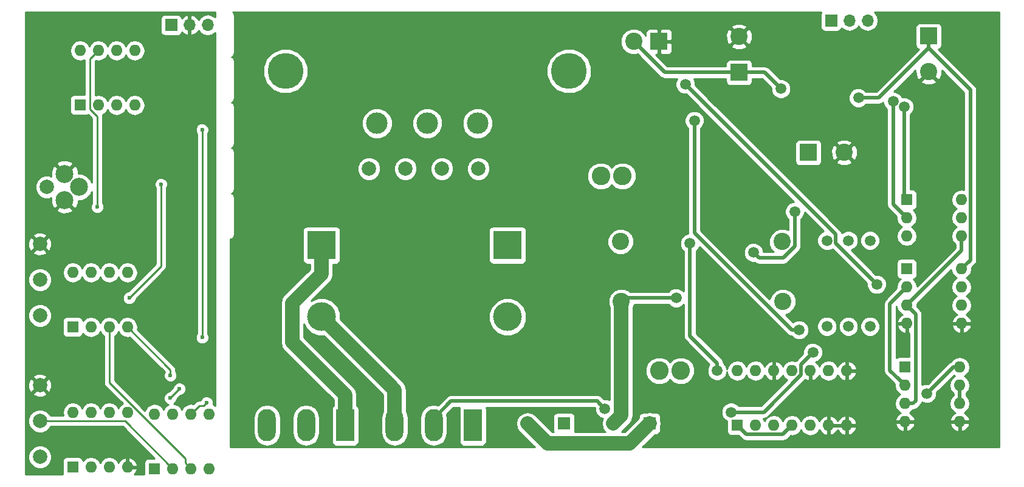
<source format=gbr>
G04 #@! TF.FileFunction,Copper,L2,Bot,Signal*
%FSLAX46Y46*%
G04 Gerber Fmt 4.6, Leading zero omitted, Abs format (unit mm)*
G04 Created by KiCad (PCBNEW 4.0.7) date 01/09/18 02:49:50*
%MOMM*%
%LPD*%
G01*
G04 APERTURE LIST*
%ADD10C,0.100000*%
%ADD11C,2.000000*%
%ADD12R,2.400000X2.400000*%
%ADD13C,2.400000*%
%ADD14R,1.800000X1.800000*%
%ADD15O,1.800000X1.800000*%
%ADD16C,3.000000*%
%ADD17C,5.000000*%
%ADD18C,2.500000*%
%ADD19C,2.600000*%
%ADD20R,2.500000X4.500000*%
%ADD21O,2.500000X4.500000*%
%ADD22R,1.600000X1.600000*%
%ADD23O,1.600000X1.600000*%
%ADD24C,1.500000*%
%ADD25R,4.000000X4.000000*%
%ADD26C,4.000000*%
%ADD27R,1.700000X1.700000*%
%ADD28O,1.700000X1.700000*%
%ADD29C,0.600000*%
%ADD30C,0.250000*%
%ADD31C,0.500000*%
%ADD32C,2.000000*%
%ADD33C,0.254000*%
G04 APERTURE END LIST*
D10*
D11*
X83439000Y-104140000D03*
X83439000Y-109140000D03*
X83439000Y-99140000D03*
D12*
X180848000Y-75184000D03*
D13*
X180848000Y-70184000D03*
D12*
X207264000Y-70104000D03*
D13*
X207264000Y-75104000D03*
D12*
X190500000Y-86360000D03*
D13*
X195500000Y-86360000D03*
D11*
X139446000Y-88646000D03*
X134366000Y-88646000D03*
X129286000Y-88646000D03*
X144526000Y-88646000D03*
D14*
X156464000Y-124206000D03*
D15*
X151384000Y-124206000D03*
D14*
X168402000Y-124206000D03*
D15*
X163322000Y-124206000D03*
D13*
X166172000Y-70866000D03*
D12*
X169672000Y-70866000D03*
D16*
X137414000Y-82296000D03*
X144414000Y-82296000D03*
X130414000Y-82296000D03*
D17*
X157164000Y-74996000D03*
X117664000Y-74996000D03*
D11*
X84399000Y-91186000D03*
D18*
X88899000Y-91186000D03*
X86899000Y-89336000D03*
X86899000Y-93036000D03*
D19*
X172720000Y-116840000D03*
X169720000Y-116840000D03*
X164592000Y-89662000D03*
X161592000Y-89662000D03*
D20*
X125984000Y-124460000D03*
D21*
X120534000Y-124460000D03*
X115084000Y-124460000D03*
D20*
X143764000Y-124460000D03*
D21*
X138314000Y-124460000D03*
X132864000Y-124460000D03*
D11*
X83439000Y-123872000D03*
X83439000Y-128872000D03*
X83439000Y-118872000D03*
D22*
X180594000Y-124460000D03*
D23*
X195834000Y-116840000D03*
X183134000Y-124460000D03*
X193294000Y-116840000D03*
X185674000Y-124460000D03*
X190754000Y-116840000D03*
X188214000Y-124460000D03*
X188214000Y-116840000D03*
X190754000Y-124460000D03*
X185674000Y-116840000D03*
X193294000Y-124460000D03*
X183134000Y-116840000D03*
X195834000Y-124460000D03*
X180594000Y-116840000D03*
D22*
X204216000Y-102616000D03*
D23*
X211836000Y-110236000D03*
X204216000Y-105156000D03*
X211836000Y-107696000D03*
X204216000Y-107696000D03*
X211836000Y-105156000D03*
X204216000Y-110236000D03*
X211836000Y-102616000D03*
D22*
X203962000Y-116332000D03*
D23*
X211582000Y-123952000D03*
X203962000Y-118872000D03*
X211582000Y-121412000D03*
X203962000Y-121412000D03*
X211582000Y-118872000D03*
X203962000Y-123952000D03*
X211582000Y-116332000D03*
D22*
X89027000Y-79756000D03*
D23*
X96647000Y-72136000D03*
X91567000Y-79756000D03*
X94107000Y-72136000D03*
X94107000Y-79756000D03*
X91567000Y-72136000D03*
X96647000Y-79756000D03*
X89027000Y-72136000D03*
D22*
X88011000Y-110744000D03*
D23*
X95631000Y-103124000D03*
X90551000Y-110744000D03*
X93091000Y-103124000D03*
X93091000Y-110744000D03*
X90551000Y-103124000D03*
X95631000Y-110744000D03*
X88011000Y-103124000D03*
D22*
X99408000Y-130500999D03*
D23*
X107028000Y-122880999D03*
X101948000Y-130500999D03*
X104488000Y-122880999D03*
X104488000Y-130500999D03*
X101948000Y-122880999D03*
X107028000Y-130500999D03*
X99408000Y-122880999D03*
D22*
X88011000Y-130302000D03*
D23*
X95631000Y-122682000D03*
X90551000Y-130302000D03*
X93091000Y-122682000D03*
X93091000Y-130302000D03*
X90551000Y-122682000D03*
X95631000Y-130302000D03*
X88011000Y-122682000D03*
D22*
X204216000Y-92964000D03*
D23*
X211836000Y-98044000D03*
X204216000Y-95504000D03*
X211836000Y-95504000D03*
X204216000Y-98044000D03*
X211836000Y-92964000D03*
D24*
X193088000Y-110648000D03*
X196088000Y-110648000D03*
X193088000Y-98648000D03*
X196088000Y-98648000D03*
X199088000Y-110648000D03*
X199088000Y-98648000D03*
D13*
X164338000Y-98806000D03*
X186838000Y-98806000D03*
X186944000Y-107188000D03*
X164444000Y-107188000D03*
D25*
X148590000Y-99314000D03*
D26*
X148590000Y-109314000D03*
D25*
X122682000Y-99314000D03*
D26*
X122682000Y-109314000D03*
D27*
X101727000Y-68580000D03*
D28*
X104267000Y-68580000D03*
X106807000Y-68580000D03*
D27*
X193675000Y-67945000D03*
D28*
X196215000Y-67945000D03*
X198755000Y-67945000D03*
D29*
X85888324Y-81992776D03*
D24*
X202314463Y-79249732D03*
D29*
X101600000Y-86995000D03*
X97150022Y-115169629D03*
X97790000Y-118745000D03*
X103203210Y-115903211D03*
X97790000Y-107950000D03*
X100330000Y-113665000D03*
X95250000Y-94615000D03*
X97155000Y-86360000D03*
X90170000Y-115570000D03*
D24*
X186690000Y-77470000D03*
X187325000Y-74295000D03*
X167640000Y-79375000D03*
X211455000Y-71755000D03*
X213995000Y-113665000D03*
X207010000Y-120015000D03*
X197485000Y-78740000D03*
X173990000Y-99060000D03*
X177800000Y-116840000D03*
X172085000Y-106680000D03*
D29*
X91440000Y-93980000D03*
X100330000Y-90805000D03*
X95885000Y-106680000D03*
X101615710Y-117490710D03*
X106045000Y-112177522D03*
X106045000Y-83185000D03*
D24*
X188595000Y-94615000D03*
X182880000Y-100330000D03*
X179741725Y-122610923D03*
X162138536Y-122133536D03*
X191135000Y-114300000D03*
X173355000Y-76835000D03*
X200025000Y-104775000D03*
D29*
X102870000Y-119380000D03*
X101600000Y-120650000D03*
X106680000Y-121285000D03*
D24*
X174625000Y-81915000D03*
X189230000Y-111125000D03*
X203835000Y-80010000D03*
D30*
X104488000Y-130500999D02*
X103688001Y-129701000D01*
X103688001Y-129073999D02*
X93091000Y-118476998D01*
X103688001Y-129701000D02*
X103688001Y-129073999D01*
X93091000Y-118476998D02*
X93091000Y-111875370D01*
X93091000Y-111875370D02*
X93091000Y-110744000D01*
D31*
X202314463Y-80310392D02*
X202314463Y-79249732D01*
X202314463Y-93602463D02*
X202314463Y-80310392D01*
X204216000Y-95504000D02*
X202314463Y-93602463D01*
D30*
X97450021Y-115469628D02*
X97150022Y-115169629D01*
X97790000Y-118745000D02*
X97790000Y-115809607D01*
X97790000Y-115809607D02*
X97450021Y-115469628D01*
X102903211Y-115603212D02*
X103203210Y-115903211D01*
X100964999Y-113665000D02*
X102903211Y-115603212D01*
X100330000Y-113665000D02*
X100964999Y-113665000D01*
D31*
X180848000Y-75184000D02*
X170490000Y-75184000D01*
X170490000Y-75184000D02*
X166172000Y-70866000D01*
X186690000Y-77470000D02*
X184404000Y-75184000D01*
X184404000Y-75184000D02*
X180848000Y-75184000D01*
X207010000Y-120015000D02*
X210693000Y-116332000D01*
X210693000Y-116332000D02*
X211582000Y-116332000D01*
X211836000Y-102616000D02*
X213086001Y-101365999D01*
X207264000Y-71804000D02*
X207264000Y-70104000D01*
X213086001Y-101365999D02*
X213086001Y-77626001D01*
X213086001Y-77626001D02*
X207264000Y-71804000D01*
X207264000Y-71804000D02*
X200328000Y-78740000D01*
X200328000Y-78740000D02*
X197485000Y-78740000D01*
X177800000Y-116840000D02*
X177800000Y-115779340D01*
X177800000Y-115779340D02*
X173990000Y-111969340D01*
X173990000Y-111969340D02*
X173990000Y-99060000D01*
D32*
X125984000Y-124460000D02*
X125984000Y-120210000D01*
X125984000Y-120210000D02*
X118615071Y-112841071D01*
X118615071Y-112841071D02*
X118615071Y-107380929D01*
X118615071Y-107380929D02*
X122682000Y-103314000D01*
X122682000Y-103314000D02*
X122682000Y-99314000D01*
D31*
X172085000Y-106680000D02*
X164952000Y-106680000D01*
X164952000Y-106680000D02*
X164444000Y-107188000D01*
D32*
X132864000Y-124460000D02*
X132864000Y-119496000D01*
X132864000Y-119496000D02*
X122682000Y-109314000D01*
X164444000Y-107188000D02*
X164444000Y-123084000D01*
X164444000Y-123084000D02*
X163322000Y-124206000D01*
D30*
X91440000Y-93980000D02*
X91440000Y-81294002D01*
X91440000Y-81294002D02*
X90441999Y-80296001D01*
X90441999Y-80296001D02*
X90441999Y-73261001D01*
X90441999Y-73261001D02*
X90767001Y-72935999D01*
X90767001Y-72935999D02*
X91567000Y-72136000D01*
X95885000Y-106680000D02*
X100330000Y-102235000D01*
X100330000Y-102235000D02*
X100330000Y-90805000D01*
X101615710Y-116728710D02*
X101615710Y-117066446D01*
X101615710Y-117066446D02*
X101615710Y-117490710D01*
X95631000Y-110744000D02*
X101615710Y-116728710D01*
D32*
X168402000Y-124206000D02*
X165608000Y-127000000D01*
X152283999Y-125105999D02*
X151384000Y-124206000D01*
X165608000Y-127000000D02*
X154178000Y-127000000D01*
X154178000Y-127000000D02*
X152283999Y-125105999D01*
D30*
X106045000Y-83185000D02*
X106045000Y-112177522D01*
D31*
X182880000Y-100330000D02*
X183629999Y-101079999D01*
X183629999Y-101079999D02*
X187006003Y-101079999D01*
X187006003Y-101079999D02*
X188595000Y-99491002D01*
X188595000Y-99491002D02*
X188595000Y-94615000D01*
X189464001Y-115970999D02*
X189464001Y-117440001D01*
X191135000Y-114300000D02*
X189464001Y-115970999D01*
X189464001Y-117440001D02*
X184293079Y-122610923D01*
X180802385Y-122610923D02*
X179741725Y-122610923D01*
X184293079Y-122610923D02*
X180802385Y-122610923D01*
X161388537Y-121383537D02*
X162138536Y-122133536D01*
X161071037Y-121066037D02*
X161388537Y-121383537D01*
X140707963Y-121066037D02*
X161071037Y-121066037D01*
X138314000Y-123460000D02*
X140707963Y-121066037D01*
X138314000Y-124460000D02*
X138314000Y-123460000D01*
X203962000Y-121412000D02*
X205093370Y-121412000D01*
X205093370Y-121412000D02*
X205466001Y-121039369D01*
X205466001Y-121039369D02*
X205466001Y-108946001D01*
X205466001Y-108946001D02*
X205015999Y-108495999D01*
X205015999Y-108495999D02*
X204216000Y-107696000D01*
X200025000Y-104775000D02*
X194288001Y-99038001D01*
X194288001Y-99038001D02*
X194288001Y-97768001D01*
X194288001Y-97768001D02*
X173355000Y-76835000D01*
X204216000Y-107696000D02*
X211836000Y-100076000D01*
X211836000Y-100076000D02*
X211836000Y-98044000D01*
D30*
X101600000Y-120650000D02*
X102870000Y-119380000D01*
X104488000Y-122880999D02*
X105613001Y-121755998D01*
X105613001Y-121755998D02*
X106209002Y-121755998D01*
X106209002Y-121755998D02*
X106680000Y-121285000D01*
X101948000Y-130500999D02*
X95319001Y-123872000D01*
X95319001Y-123872000D02*
X83439000Y-123872000D01*
D31*
X188214000Y-124460000D02*
X186944000Y-125730000D01*
X186944000Y-125730000D02*
X181864000Y-125730000D01*
X181864000Y-125730000D02*
X180594000Y-124460000D01*
X201860001Y-107511999D02*
X201860001Y-116770001D01*
X204216000Y-105156000D02*
X201860001Y-107511999D01*
X201860001Y-116770001D02*
X203162001Y-118072001D01*
X203162001Y-118072001D02*
X203962000Y-118872000D01*
X189230000Y-111125000D02*
X188169340Y-111125000D01*
X188169340Y-111125000D02*
X174625000Y-97580660D01*
X174625000Y-97580660D02*
X174625000Y-81915000D01*
X211582000Y-121412000D02*
X211582000Y-118872000D01*
X203835000Y-80010000D02*
X203835000Y-92583000D01*
X203835000Y-92583000D02*
X204216000Y-92964000D01*
D33*
G36*
X107823000Y-67478099D02*
X107375285Y-67178946D01*
X106807000Y-67065907D01*
X106238715Y-67178946D01*
X105756946Y-67500853D01*
X105529298Y-67841553D01*
X105462183Y-67698642D01*
X105033924Y-67308355D01*
X104623890Y-67138524D01*
X104394000Y-67259845D01*
X104394000Y-68453000D01*
X104414000Y-68453000D01*
X104414000Y-68707000D01*
X104394000Y-68707000D01*
X104394000Y-69900155D01*
X104623890Y-70021476D01*
X105033924Y-69851645D01*
X105462183Y-69461358D01*
X105529298Y-69318447D01*
X105756946Y-69659147D01*
X106238715Y-69981054D01*
X106807000Y-70094093D01*
X107375285Y-69981054D01*
X107823000Y-69681901D01*
X107823000Y-121691391D01*
X107588671Y-121534816D01*
X107614838Y-121471799D01*
X107615162Y-121099833D01*
X107473117Y-120756057D01*
X107210327Y-120492808D01*
X106866799Y-120350162D01*
X106494833Y-120349838D01*
X106151057Y-120491883D01*
X105887808Y-120754673D01*
X105787601Y-120995998D01*
X105613001Y-120995998D01*
X105322162Y-121053850D01*
X105075600Y-121218597D01*
X104811886Y-121482311D01*
X104488000Y-121417886D01*
X103938849Y-121527119D01*
X103473302Y-121838188D01*
X103218000Y-122220274D01*
X102962698Y-121838188D01*
X102497151Y-121527119D01*
X102111363Y-121450381D01*
X102128943Y-121443117D01*
X102392192Y-121180327D01*
X102534838Y-120836799D01*
X102534879Y-120789923D01*
X103009680Y-120315122D01*
X103055167Y-120315162D01*
X103398943Y-120173117D01*
X103662192Y-119910327D01*
X103804838Y-119566799D01*
X103805162Y-119194833D01*
X103663117Y-118851057D01*
X103400327Y-118587808D01*
X103056799Y-118445162D01*
X102684833Y-118444838D01*
X102341057Y-118586883D01*
X102077808Y-118849673D01*
X101935162Y-119193201D01*
X101935121Y-119240077D01*
X101460320Y-119714878D01*
X101414833Y-119714838D01*
X101071057Y-119856883D01*
X100807808Y-120119673D01*
X100665162Y-120463201D01*
X100664838Y-120835167D01*
X100806883Y-121178943D01*
X101069673Y-121442192D01*
X101351075Y-121559041D01*
X100933302Y-121838188D01*
X100678000Y-122220274D01*
X100422698Y-121838188D01*
X99957151Y-121527119D01*
X99408000Y-121417886D01*
X98858849Y-121527119D01*
X98393302Y-121838188D01*
X98082233Y-122303735D01*
X98067352Y-122378548D01*
X93851000Y-118162196D01*
X93851000Y-111956995D01*
X94105698Y-111786811D01*
X94361000Y-111404725D01*
X94616302Y-111786811D01*
X95081849Y-112097880D01*
X95631000Y-112207113D01*
X95954886Y-112142688D01*
X100808573Y-116996375D01*
X100680872Y-117303911D01*
X100680548Y-117675877D01*
X100822593Y-118019653D01*
X101085383Y-118282902D01*
X101428911Y-118425548D01*
X101800877Y-118425872D01*
X102144653Y-118283827D01*
X102407902Y-118021037D01*
X102550548Y-117677509D01*
X102550872Y-117305543D01*
X102408827Y-116961767D01*
X102375710Y-116928592D01*
X102375710Y-116728710D01*
X102317858Y-116437871D01*
X102153111Y-116191309D01*
X97010904Y-111049102D01*
X97066000Y-110772113D01*
X97066000Y-110715887D01*
X96956767Y-110166736D01*
X96645698Y-109701189D01*
X96180151Y-109390120D01*
X95631000Y-109280887D01*
X95081849Y-109390120D01*
X94616302Y-109701189D01*
X94361000Y-110083275D01*
X94105698Y-109701189D01*
X93640151Y-109390120D01*
X93091000Y-109280887D01*
X92541849Y-109390120D01*
X92076302Y-109701189D01*
X91821000Y-110083275D01*
X91565698Y-109701189D01*
X91100151Y-109390120D01*
X90551000Y-109280887D01*
X90001849Y-109390120D01*
X89536302Y-109701189D01*
X89439899Y-109845465D01*
X89414162Y-109708683D01*
X89275090Y-109492559D01*
X89062890Y-109347569D01*
X88811000Y-109296560D01*
X87211000Y-109296560D01*
X86975683Y-109340838D01*
X86759559Y-109479910D01*
X86614569Y-109692110D01*
X86563560Y-109944000D01*
X86563560Y-111544000D01*
X86607838Y-111779317D01*
X86746910Y-111995441D01*
X86959110Y-112140431D01*
X87211000Y-112191440D01*
X88811000Y-112191440D01*
X89046317Y-112147162D01*
X89262441Y-112008090D01*
X89407431Y-111795890D01*
X89438815Y-111640911D01*
X89536302Y-111786811D01*
X90001849Y-112097880D01*
X90551000Y-112207113D01*
X91100151Y-112097880D01*
X91565698Y-111786811D01*
X91821000Y-111404725D01*
X92076302Y-111786811D01*
X92331000Y-111956995D01*
X92331000Y-118476998D01*
X92388852Y-118767837D01*
X92553599Y-119014399D01*
X94961872Y-121422672D01*
X94893577Y-121450959D01*
X94478611Y-121826866D01*
X94375986Y-122043703D01*
X94105698Y-121639189D01*
X93640151Y-121328120D01*
X93091000Y-121218887D01*
X92541849Y-121328120D01*
X92076302Y-121639189D01*
X91821000Y-122021275D01*
X91565698Y-121639189D01*
X91100151Y-121328120D01*
X90551000Y-121218887D01*
X90001849Y-121328120D01*
X89536302Y-121639189D01*
X89281000Y-122021275D01*
X89025698Y-121639189D01*
X88560151Y-121328120D01*
X88011000Y-121218887D01*
X87461849Y-121328120D01*
X86996302Y-121639189D01*
X86685233Y-122104736D01*
X86576000Y-122653887D01*
X86576000Y-122710113D01*
X86655940Y-123112000D01*
X84894047Y-123112000D01*
X84825894Y-122947057D01*
X84366363Y-122486722D01*
X83765648Y-122237284D01*
X83115205Y-122236716D01*
X82514057Y-122485106D01*
X82053722Y-122944637D01*
X81804284Y-123545352D01*
X81803716Y-124195795D01*
X82052106Y-124796943D01*
X82511637Y-125257278D01*
X83112352Y-125506716D01*
X83762795Y-125507284D01*
X84363943Y-125258894D01*
X84824278Y-124799363D01*
X84893773Y-124632000D01*
X95004199Y-124632000D01*
X99425758Y-129053559D01*
X98608000Y-129053559D01*
X98372683Y-129097837D01*
X98156559Y-129236909D01*
X98011569Y-129449109D01*
X97960560Y-129700999D01*
X97960560Y-131300999D01*
X97963759Y-131318000D01*
X96605808Y-131318000D01*
X96783389Y-131157134D01*
X97022914Y-130651041D01*
X96901629Y-130429000D01*
X95758000Y-130429000D01*
X95758000Y-130449000D01*
X95504000Y-130449000D01*
X95504000Y-130429000D01*
X95484000Y-130429000D01*
X95484000Y-130175000D01*
X95504000Y-130175000D01*
X95504000Y-129032085D01*
X95758000Y-129032085D01*
X95758000Y-130175000D01*
X96901629Y-130175000D01*
X97022914Y-129952959D01*
X96783389Y-129446866D01*
X96368423Y-129070959D01*
X95980039Y-128910096D01*
X95758000Y-129032085D01*
X95504000Y-129032085D01*
X95281961Y-128910096D01*
X94893577Y-129070959D01*
X94478611Y-129446866D01*
X94375986Y-129663703D01*
X94105698Y-129259189D01*
X93640151Y-128948120D01*
X93091000Y-128838887D01*
X92541849Y-128948120D01*
X92076302Y-129259189D01*
X91821000Y-129641275D01*
X91565698Y-129259189D01*
X91100151Y-128948120D01*
X90551000Y-128838887D01*
X90001849Y-128948120D01*
X89536302Y-129259189D01*
X89439899Y-129403465D01*
X89414162Y-129266683D01*
X89275090Y-129050559D01*
X89062890Y-128905569D01*
X88811000Y-128854560D01*
X87211000Y-128854560D01*
X86975683Y-128898838D01*
X86759559Y-129037910D01*
X86614569Y-129250110D01*
X86563560Y-129502000D01*
X86563560Y-131102000D01*
X86604203Y-131318000D01*
X81407000Y-131318000D01*
X81407000Y-129195795D01*
X81803716Y-129195795D01*
X82052106Y-129796943D01*
X82511637Y-130257278D01*
X83112352Y-130506716D01*
X83762795Y-130507284D01*
X84363943Y-130258894D01*
X84824278Y-129799363D01*
X85073716Y-129198648D01*
X85074284Y-128548205D01*
X84825894Y-127947057D01*
X84366363Y-127486722D01*
X83765648Y-127237284D01*
X83115205Y-127236716D01*
X82514057Y-127485106D01*
X82053722Y-127944637D01*
X81804284Y-128545352D01*
X81803716Y-129195795D01*
X81407000Y-129195795D01*
X81407000Y-120024532D01*
X82466073Y-120024532D01*
X82564736Y-120291387D01*
X83174461Y-120517908D01*
X83824460Y-120493856D01*
X84313264Y-120291387D01*
X84411927Y-120024532D01*
X83439000Y-119051605D01*
X82466073Y-120024532D01*
X81407000Y-120024532D01*
X81407000Y-118607461D01*
X81793092Y-118607461D01*
X81817144Y-119257460D01*
X82019613Y-119746264D01*
X82286468Y-119844927D01*
X83259395Y-118872000D01*
X83618605Y-118872000D01*
X84591532Y-119844927D01*
X84858387Y-119746264D01*
X85084908Y-119136539D01*
X85060856Y-118486540D01*
X84858387Y-117997736D01*
X84591532Y-117899073D01*
X83618605Y-118872000D01*
X83259395Y-118872000D01*
X82286468Y-117899073D01*
X82019613Y-117997736D01*
X81793092Y-118607461D01*
X81407000Y-118607461D01*
X81407000Y-117719468D01*
X82466073Y-117719468D01*
X83439000Y-118692395D01*
X84411927Y-117719468D01*
X84313264Y-117452613D01*
X83703539Y-117226092D01*
X83053540Y-117250144D01*
X82564736Y-117452613D01*
X82466073Y-117719468D01*
X81407000Y-117719468D01*
X81407000Y-109463795D01*
X81803716Y-109463795D01*
X82052106Y-110064943D01*
X82511637Y-110525278D01*
X83112352Y-110774716D01*
X83762795Y-110775284D01*
X84363943Y-110526894D01*
X84824278Y-110067363D01*
X85073716Y-109466648D01*
X85074284Y-108816205D01*
X84825894Y-108215057D01*
X84366363Y-107754722D01*
X83765648Y-107505284D01*
X83115205Y-107504716D01*
X82514057Y-107753106D01*
X82053722Y-108212637D01*
X81804284Y-108813352D01*
X81803716Y-109463795D01*
X81407000Y-109463795D01*
X81407000Y-106865167D01*
X94949838Y-106865167D01*
X95091883Y-107208943D01*
X95354673Y-107472192D01*
X95698201Y-107614838D01*
X96070167Y-107615162D01*
X96413943Y-107473117D01*
X96677192Y-107210327D01*
X96819838Y-106866799D01*
X96819879Y-106819923D01*
X100867401Y-102772401D01*
X101032148Y-102525840D01*
X101090000Y-102235000D01*
X101090000Y-91367463D01*
X101122192Y-91335327D01*
X101264838Y-90991799D01*
X101265162Y-90619833D01*
X101123117Y-90276057D01*
X100860327Y-90012808D01*
X100516799Y-89870162D01*
X100144833Y-89869838D01*
X99801057Y-90011883D01*
X99537808Y-90274673D01*
X99395162Y-90618201D01*
X99394838Y-90990167D01*
X99536883Y-91333943D01*
X99570000Y-91367118D01*
X99570000Y-101920198D01*
X95745320Y-105744878D01*
X95699833Y-105744838D01*
X95356057Y-105886883D01*
X95092808Y-106149673D01*
X94950162Y-106493201D01*
X94949838Y-106865167D01*
X81407000Y-106865167D01*
X81407000Y-104463795D01*
X81803716Y-104463795D01*
X82052106Y-105064943D01*
X82511637Y-105525278D01*
X83112352Y-105774716D01*
X83762795Y-105775284D01*
X84363943Y-105526894D01*
X84824278Y-105067363D01*
X85073716Y-104466648D01*
X85074284Y-103816205D01*
X84825894Y-103215057D01*
X84706933Y-103095887D01*
X86576000Y-103095887D01*
X86576000Y-103152113D01*
X86685233Y-103701264D01*
X86996302Y-104166811D01*
X87461849Y-104477880D01*
X88011000Y-104587113D01*
X88560151Y-104477880D01*
X89025698Y-104166811D01*
X89281000Y-103784725D01*
X89536302Y-104166811D01*
X90001849Y-104477880D01*
X90551000Y-104587113D01*
X91100151Y-104477880D01*
X91565698Y-104166811D01*
X91821000Y-103784725D01*
X92076302Y-104166811D01*
X92541849Y-104477880D01*
X93091000Y-104587113D01*
X93640151Y-104477880D01*
X94105698Y-104166811D01*
X94361000Y-103784725D01*
X94616302Y-104166811D01*
X95081849Y-104477880D01*
X95631000Y-104587113D01*
X96180151Y-104477880D01*
X96645698Y-104166811D01*
X96956767Y-103701264D01*
X97066000Y-103152113D01*
X97066000Y-103095887D01*
X96956767Y-102546736D01*
X96645698Y-102081189D01*
X96180151Y-101770120D01*
X95631000Y-101660887D01*
X95081849Y-101770120D01*
X94616302Y-102081189D01*
X94361000Y-102463275D01*
X94105698Y-102081189D01*
X93640151Y-101770120D01*
X93091000Y-101660887D01*
X92541849Y-101770120D01*
X92076302Y-102081189D01*
X91821000Y-102463275D01*
X91565698Y-102081189D01*
X91100151Y-101770120D01*
X90551000Y-101660887D01*
X90001849Y-101770120D01*
X89536302Y-102081189D01*
X89281000Y-102463275D01*
X89025698Y-102081189D01*
X88560151Y-101770120D01*
X88011000Y-101660887D01*
X87461849Y-101770120D01*
X86996302Y-102081189D01*
X86685233Y-102546736D01*
X86576000Y-103095887D01*
X84706933Y-103095887D01*
X84366363Y-102754722D01*
X83765648Y-102505284D01*
X83115205Y-102504716D01*
X82514057Y-102753106D01*
X82053722Y-103212637D01*
X81804284Y-103813352D01*
X81803716Y-104463795D01*
X81407000Y-104463795D01*
X81407000Y-100292532D01*
X82466073Y-100292532D01*
X82564736Y-100559387D01*
X83174461Y-100785908D01*
X83824460Y-100761856D01*
X84313264Y-100559387D01*
X84411927Y-100292532D01*
X83439000Y-99319605D01*
X82466073Y-100292532D01*
X81407000Y-100292532D01*
X81407000Y-98875461D01*
X81793092Y-98875461D01*
X81817144Y-99525460D01*
X82019613Y-100014264D01*
X82286468Y-100112927D01*
X83259395Y-99140000D01*
X83618605Y-99140000D01*
X84591532Y-100112927D01*
X84858387Y-100014264D01*
X85084908Y-99404539D01*
X85060856Y-98754540D01*
X84858387Y-98265736D01*
X84591532Y-98167073D01*
X83618605Y-99140000D01*
X83259395Y-99140000D01*
X82286468Y-98167073D01*
X82019613Y-98265736D01*
X81793092Y-98875461D01*
X81407000Y-98875461D01*
X81407000Y-97987468D01*
X82466073Y-97987468D01*
X83439000Y-98960395D01*
X84411927Y-97987468D01*
X84313264Y-97720613D01*
X83703539Y-97494092D01*
X83053540Y-97518144D01*
X82564736Y-97720613D01*
X82466073Y-97987468D01*
X81407000Y-97987468D01*
X81407000Y-94369320D01*
X85745285Y-94369320D01*
X85874533Y-94662123D01*
X86574806Y-94930388D01*
X87324435Y-94910250D01*
X87923467Y-94662123D01*
X88052715Y-94369320D01*
X86899000Y-93215605D01*
X85745285Y-94369320D01*
X81407000Y-94369320D01*
X81407000Y-91509795D01*
X82763716Y-91509795D01*
X83012106Y-92110943D01*
X83471637Y-92571278D01*
X84072352Y-92820716D01*
X84722795Y-92821284D01*
X85007783Y-92703529D01*
X85004612Y-92711806D01*
X85024750Y-93461435D01*
X85272877Y-94060467D01*
X85565680Y-94189715D01*
X86719395Y-93036000D01*
X86705253Y-93021858D01*
X86884858Y-92842253D01*
X86899000Y-92856395D01*
X86913143Y-92842253D01*
X87092748Y-93021858D01*
X87078605Y-93036000D01*
X88232320Y-94189715D01*
X88525123Y-94060467D01*
X88793388Y-93360194D01*
X88785616Y-93070902D01*
X89272305Y-93071326D01*
X89965372Y-92784957D01*
X90496093Y-92255161D01*
X90680000Y-91812264D01*
X90680000Y-93417537D01*
X90647808Y-93449673D01*
X90505162Y-93793201D01*
X90504838Y-94165167D01*
X90646883Y-94508943D01*
X90909673Y-94772192D01*
X91253201Y-94914838D01*
X91625167Y-94915162D01*
X91968943Y-94773117D01*
X92232192Y-94510327D01*
X92374838Y-94166799D01*
X92375162Y-93794833D01*
X92233117Y-93451057D01*
X92200000Y-93417882D01*
X92200000Y-83370167D01*
X105109838Y-83370167D01*
X105251883Y-83713943D01*
X105285000Y-83747118D01*
X105285000Y-111615059D01*
X105252808Y-111647195D01*
X105110162Y-111990723D01*
X105109838Y-112362689D01*
X105251883Y-112706465D01*
X105514673Y-112969714D01*
X105858201Y-113112360D01*
X106230167Y-113112684D01*
X106573943Y-112970639D01*
X106837192Y-112707849D01*
X106979838Y-112364321D01*
X106980162Y-111992355D01*
X106838117Y-111648579D01*
X106805000Y-111615404D01*
X106805000Y-83747463D01*
X106837192Y-83715327D01*
X106979838Y-83371799D01*
X106980162Y-82999833D01*
X106838117Y-82656057D01*
X106575327Y-82392808D01*
X106231799Y-82250162D01*
X105859833Y-82249838D01*
X105516057Y-82391883D01*
X105252808Y-82654673D01*
X105110162Y-82998201D01*
X105109838Y-83370167D01*
X92200000Y-83370167D01*
X92200000Y-81294002D01*
X92157835Y-81082027D01*
X92581698Y-80798811D01*
X92837000Y-80416725D01*
X93092302Y-80798811D01*
X93557849Y-81109880D01*
X94107000Y-81219113D01*
X94656151Y-81109880D01*
X95121698Y-80798811D01*
X95377000Y-80416725D01*
X95632302Y-80798811D01*
X96097849Y-81109880D01*
X96647000Y-81219113D01*
X97196151Y-81109880D01*
X97661698Y-80798811D01*
X97972767Y-80333264D01*
X98082000Y-79784113D01*
X98082000Y-79727887D01*
X97972767Y-79178736D01*
X97661698Y-78713189D01*
X97196151Y-78402120D01*
X96647000Y-78292887D01*
X96097849Y-78402120D01*
X95632302Y-78713189D01*
X95377000Y-79095275D01*
X95121698Y-78713189D01*
X94656151Y-78402120D01*
X94107000Y-78292887D01*
X93557849Y-78402120D01*
X93092302Y-78713189D01*
X92837000Y-79095275D01*
X92581698Y-78713189D01*
X92116151Y-78402120D01*
X91567000Y-78292887D01*
X91201999Y-78365490D01*
X91201999Y-73575803D01*
X91243114Y-73534688D01*
X91567000Y-73599113D01*
X92116151Y-73489880D01*
X92581698Y-73178811D01*
X92837000Y-72796725D01*
X93092302Y-73178811D01*
X93557849Y-73489880D01*
X94107000Y-73599113D01*
X94656151Y-73489880D01*
X95121698Y-73178811D01*
X95377000Y-72796725D01*
X95632302Y-73178811D01*
X96097849Y-73489880D01*
X96647000Y-73599113D01*
X97196151Y-73489880D01*
X97661698Y-73178811D01*
X97972767Y-72713264D01*
X98082000Y-72164113D01*
X98082000Y-72107887D01*
X97972767Y-71558736D01*
X97661698Y-71093189D01*
X97196151Y-70782120D01*
X96647000Y-70672887D01*
X96097849Y-70782120D01*
X95632302Y-71093189D01*
X95377000Y-71475275D01*
X95121698Y-71093189D01*
X94656151Y-70782120D01*
X94107000Y-70672887D01*
X93557849Y-70782120D01*
X93092302Y-71093189D01*
X92837000Y-71475275D01*
X92581698Y-71093189D01*
X92116151Y-70782120D01*
X91567000Y-70672887D01*
X91017849Y-70782120D01*
X90552302Y-71093189D01*
X90297000Y-71475275D01*
X90041698Y-71093189D01*
X89576151Y-70782120D01*
X89027000Y-70672887D01*
X88477849Y-70782120D01*
X88012302Y-71093189D01*
X87701233Y-71558736D01*
X87592000Y-72107887D01*
X87592000Y-72164113D01*
X87701233Y-72713264D01*
X88012302Y-73178811D01*
X88477849Y-73489880D01*
X89027000Y-73599113D01*
X89576151Y-73489880D01*
X89681999Y-73419155D01*
X89681999Y-78308560D01*
X88227000Y-78308560D01*
X87991683Y-78352838D01*
X87775559Y-78491910D01*
X87630569Y-78704110D01*
X87579560Y-78956000D01*
X87579560Y-80556000D01*
X87623838Y-80791317D01*
X87762910Y-81007441D01*
X87975110Y-81152431D01*
X88227000Y-81203440D01*
X89827000Y-81203440D01*
X90062317Y-81159162D01*
X90164564Y-81093368D01*
X90680000Y-81608804D01*
X90680000Y-90560206D01*
X90497957Y-90119628D01*
X89968161Y-89588907D01*
X89275595Y-89301328D01*
X88783736Y-89300899D01*
X88773250Y-88910565D01*
X88525123Y-88311533D01*
X88232320Y-88182285D01*
X87078605Y-89336000D01*
X87092748Y-89350143D01*
X86913143Y-89529748D01*
X86899000Y-89515605D01*
X86884858Y-89529748D01*
X86705253Y-89350143D01*
X86719395Y-89336000D01*
X85565680Y-88182285D01*
X85272877Y-88311533D01*
X85004612Y-89011806D01*
X85022415Y-89674512D01*
X84725648Y-89551284D01*
X84075205Y-89550716D01*
X83474057Y-89799106D01*
X83013722Y-90258637D01*
X82764284Y-90859352D01*
X82763716Y-91509795D01*
X81407000Y-91509795D01*
X81407000Y-88002680D01*
X85745285Y-88002680D01*
X86899000Y-89156395D01*
X88052715Y-88002680D01*
X87923467Y-87709877D01*
X87223194Y-87441612D01*
X86473565Y-87461750D01*
X85874533Y-87709877D01*
X85745285Y-88002680D01*
X81407000Y-88002680D01*
X81407000Y-67730000D01*
X100229560Y-67730000D01*
X100229560Y-69430000D01*
X100273838Y-69665317D01*
X100412910Y-69881441D01*
X100625110Y-70026431D01*
X100877000Y-70077440D01*
X102577000Y-70077440D01*
X102812317Y-70033162D01*
X103028441Y-69894090D01*
X103173431Y-69681890D01*
X103195301Y-69573893D01*
X103500076Y-69851645D01*
X103910110Y-70021476D01*
X104140000Y-69900155D01*
X104140000Y-68707000D01*
X104120000Y-68707000D01*
X104120000Y-68453000D01*
X104140000Y-68453000D01*
X104140000Y-67259845D01*
X103910110Y-67138524D01*
X103500076Y-67308355D01*
X103197063Y-67584501D01*
X103180162Y-67494683D01*
X103041090Y-67278559D01*
X102828890Y-67133569D01*
X102577000Y-67082560D01*
X100877000Y-67082560D01*
X100641683Y-67126838D01*
X100425559Y-67265910D01*
X100280569Y-67478110D01*
X100229560Y-67730000D01*
X81407000Y-67730000D01*
X81407000Y-66802000D01*
X107823000Y-66802000D01*
X107823000Y-67478099D01*
X107823000Y-67478099D01*
G37*
X107823000Y-67478099D02*
X107375285Y-67178946D01*
X106807000Y-67065907D01*
X106238715Y-67178946D01*
X105756946Y-67500853D01*
X105529298Y-67841553D01*
X105462183Y-67698642D01*
X105033924Y-67308355D01*
X104623890Y-67138524D01*
X104394000Y-67259845D01*
X104394000Y-68453000D01*
X104414000Y-68453000D01*
X104414000Y-68707000D01*
X104394000Y-68707000D01*
X104394000Y-69900155D01*
X104623890Y-70021476D01*
X105033924Y-69851645D01*
X105462183Y-69461358D01*
X105529298Y-69318447D01*
X105756946Y-69659147D01*
X106238715Y-69981054D01*
X106807000Y-70094093D01*
X107375285Y-69981054D01*
X107823000Y-69681901D01*
X107823000Y-121691391D01*
X107588671Y-121534816D01*
X107614838Y-121471799D01*
X107615162Y-121099833D01*
X107473117Y-120756057D01*
X107210327Y-120492808D01*
X106866799Y-120350162D01*
X106494833Y-120349838D01*
X106151057Y-120491883D01*
X105887808Y-120754673D01*
X105787601Y-120995998D01*
X105613001Y-120995998D01*
X105322162Y-121053850D01*
X105075600Y-121218597D01*
X104811886Y-121482311D01*
X104488000Y-121417886D01*
X103938849Y-121527119D01*
X103473302Y-121838188D01*
X103218000Y-122220274D01*
X102962698Y-121838188D01*
X102497151Y-121527119D01*
X102111363Y-121450381D01*
X102128943Y-121443117D01*
X102392192Y-121180327D01*
X102534838Y-120836799D01*
X102534879Y-120789923D01*
X103009680Y-120315122D01*
X103055167Y-120315162D01*
X103398943Y-120173117D01*
X103662192Y-119910327D01*
X103804838Y-119566799D01*
X103805162Y-119194833D01*
X103663117Y-118851057D01*
X103400327Y-118587808D01*
X103056799Y-118445162D01*
X102684833Y-118444838D01*
X102341057Y-118586883D01*
X102077808Y-118849673D01*
X101935162Y-119193201D01*
X101935121Y-119240077D01*
X101460320Y-119714878D01*
X101414833Y-119714838D01*
X101071057Y-119856883D01*
X100807808Y-120119673D01*
X100665162Y-120463201D01*
X100664838Y-120835167D01*
X100806883Y-121178943D01*
X101069673Y-121442192D01*
X101351075Y-121559041D01*
X100933302Y-121838188D01*
X100678000Y-122220274D01*
X100422698Y-121838188D01*
X99957151Y-121527119D01*
X99408000Y-121417886D01*
X98858849Y-121527119D01*
X98393302Y-121838188D01*
X98082233Y-122303735D01*
X98067352Y-122378548D01*
X93851000Y-118162196D01*
X93851000Y-111956995D01*
X94105698Y-111786811D01*
X94361000Y-111404725D01*
X94616302Y-111786811D01*
X95081849Y-112097880D01*
X95631000Y-112207113D01*
X95954886Y-112142688D01*
X100808573Y-116996375D01*
X100680872Y-117303911D01*
X100680548Y-117675877D01*
X100822593Y-118019653D01*
X101085383Y-118282902D01*
X101428911Y-118425548D01*
X101800877Y-118425872D01*
X102144653Y-118283827D01*
X102407902Y-118021037D01*
X102550548Y-117677509D01*
X102550872Y-117305543D01*
X102408827Y-116961767D01*
X102375710Y-116928592D01*
X102375710Y-116728710D01*
X102317858Y-116437871D01*
X102153111Y-116191309D01*
X97010904Y-111049102D01*
X97066000Y-110772113D01*
X97066000Y-110715887D01*
X96956767Y-110166736D01*
X96645698Y-109701189D01*
X96180151Y-109390120D01*
X95631000Y-109280887D01*
X95081849Y-109390120D01*
X94616302Y-109701189D01*
X94361000Y-110083275D01*
X94105698Y-109701189D01*
X93640151Y-109390120D01*
X93091000Y-109280887D01*
X92541849Y-109390120D01*
X92076302Y-109701189D01*
X91821000Y-110083275D01*
X91565698Y-109701189D01*
X91100151Y-109390120D01*
X90551000Y-109280887D01*
X90001849Y-109390120D01*
X89536302Y-109701189D01*
X89439899Y-109845465D01*
X89414162Y-109708683D01*
X89275090Y-109492559D01*
X89062890Y-109347569D01*
X88811000Y-109296560D01*
X87211000Y-109296560D01*
X86975683Y-109340838D01*
X86759559Y-109479910D01*
X86614569Y-109692110D01*
X86563560Y-109944000D01*
X86563560Y-111544000D01*
X86607838Y-111779317D01*
X86746910Y-111995441D01*
X86959110Y-112140431D01*
X87211000Y-112191440D01*
X88811000Y-112191440D01*
X89046317Y-112147162D01*
X89262441Y-112008090D01*
X89407431Y-111795890D01*
X89438815Y-111640911D01*
X89536302Y-111786811D01*
X90001849Y-112097880D01*
X90551000Y-112207113D01*
X91100151Y-112097880D01*
X91565698Y-111786811D01*
X91821000Y-111404725D01*
X92076302Y-111786811D01*
X92331000Y-111956995D01*
X92331000Y-118476998D01*
X92388852Y-118767837D01*
X92553599Y-119014399D01*
X94961872Y-121422672D01*
X94893577Y-121450959D01*
X94478611Y-121826866D01*
X94375986Y-122043703D01*
X94105698Y-121639189D01*
X93640151Y-121328120D01*
X93091000Y-121218887D01*
X92541849Y-121328120D01*
X92076302Y-121639189D01*
X91821000Y-122021275D01*
X91565698Y-121639189D01*
X91100151Y-121328120D01*
X90551000Y-121218887D01*
X90001849Y-121328120D01*
X89536302Y-121639189D01*
X89281000Y-122021275D01*
X89025698Y-121639189D01*
X88560151Y-121328120D01*
X88011000Y-121218887D01*
X87461849Y-121328120D01*
X86996302Y-121639189D01*
X86685233Y-122104736D01*
X86576000Y-122653887D01*
X86576000Y-122710113D01*
X86655940Y-123112000D01*
X84894047Y-123112000D01*
X84825894Y-122947057D01*
X84366363Y-122486722D01*
X83765648Y-122237284D01*
X83115205Y-122236716D01*
X82514057Y-122485106D01*
X82053722Y-122944637D01*
X81804284Y-123545352D01*
X81803716Y-124195795D01*
X82052106Y-124796943D01*
X82511637Y-125257278D01*
X83112352Y-125506716D01*
X83762795Y-125507284D01*
X84363943Y-125258894D01*
X84824278Y-124799363D01*
X84893773Y-124632000D01*
X95004199Y-124632000D01*
X99425758Y-129053559D01*
X98608000Y-129053559D01*
X98372683Y-129097837D01*
X98156559Y-129236909D01*
X98011569Y-129449109D01*
X97960560Y-129700999D01*
X97960560Y-131300999D01*
X97963759Y-131318000D01*
X96605808Y-131318000D01*
X96783389Y-131157134D01*
X97022914Y-130651041D01*
X96901629Y-130429000D01*
X95758000Y-130429000D01*
X95758000Y-130449000D01*
X95504000Y-130449000D01*
X95504000Y-130429000D01*
X95484000Y-130429000D01*
X95484000Y-130175000D01*
X95504000Y-130175000D01*
X95504000Y-129032085D01*
X95758000Y-129032085D01*
X95758000Y-130175000D01*
X96901629Y-130175000D01*
X97022914Y-129952959D01*
X96783389Y-129446866D01*
X96368423Y-129070959D01*
X95980039Y-128910096D01*
X95758000Y-129032085D01*
X95504000Y-129032085D01*
X95281961Y-128910096D01*
X94893577Y-129070959D01*
X94478611Y-129446866D01*
X94375986Y-129663703D01*
X94105698Y-129259189D01*
X93640151Y-128948120D01*
X93091000Y-128838887D01*
X92541849Y-128948120D01*
X92076302Y-129259189D01*
X91821000Y-129641275D01*
X91565698Y-129259189D01*
X91100151Y-128948120D01*
X90551000Y-128838887D01*
X90001849Y-128948120D01*
X89536302Y-129259189D01*
X89439899Y-129403465D01*
X89414162Y-129266683D01*
X89275090Y-129050559D01*
X89062890Y-128905569D01*
X88811000Y-128854560D01*
X87211000Y-128854560D01*
X86975683Y-128898838D01*
X86759559Y-129037910D01*
X86614569Y-129250110D01*
X86563560Y-129502000D01*
X86563560Y-131102000D01*
X86604203Y-131318000D01*
X81407000Y-131318000D01*
X81407000Y-129195795D01*
X81803716Y-129195795D01*
X82052106Y-129796943D01*
X82511637Y-130257278D01*
X83112352Y-130506716D01*
X83762795Y-130507284D01*
X84363943Y-130258894D01*
X84824278Y-129799363D01*
X85073716Y-129198648D01*
X85074284Y-128548205D01*
X84825894Y-127947057D01*
X84366363Y-127486722D01*
X83765648Y-127237284D01*
X83115205Y-127236716D01*
X82514057Y-127485106D01*
X82053722Y-127944637D01*
X81804284Y-128545352D01*
X81803716Y-129195795D01*
X81407000Y-129195795D01*
X81407000Y-120024532D01*
X82466073Y-120024532D01*
X82564736Y-120291387D01*
X83174461Y-120517908D01*
X83824460Y-120493856D01*
X84313264Y-120291387D01*
X84411927Y-120024532D01*
X83439000Y-119051605D01*
X82466073Y-120024532D01*
X81407000Y-120024532D01*
X81407000Y-118607461D01*
X81793092Y-118607461D01*
X81817144Y-119257460D01*
X82019613Y-119746264D01*
X82286468Y-119844927D01*
X83259395Y-118872000D01*
X83618605Y-118872000D01*
X84591532Y-119844927D01*
X84858387Y-119746264D01*
X85084908Y-119136539D01*
X85060856Y-118486540D01*
X84858387Y-117997736D01*
X84591532Y-117899073D01*
X83618605Y-118872000D01*
X83259395Y-118872000D01*
X82286468Y-117899073D01*
X82019613Y-117997736D01*
X81793092Y-118607461D01*
X81407000Y-118607461D01*
X81407000Y-117719468D01*
X82466073Y-117719468D01*
X83439000Y-118692395D01*
X84411927Y-117719468D01*
X84313264Y-117452613D01*
X83703539Y-117226092D01*
X83053540Y-117250144D01*
X82564736Y-117452613D01*
X82466073Y-117719468D01*
X81407000Y-117719468D01*
X81407000Y-109463795D01*
X81803716Y-109463795D01*
X82052106Y-110064943D01*
X82511637Y-110525278D01*
X83112352Y-110774716D01*
X83762795Y-110775284D01*
X84363943Y-110526894D01*
X84824278Y-110067363D01*
X85073716Y-109466648D01*
X85074284Y-108816205D01*
X84825894Y-108215057D01*
X84366363Y-107754722D01*
X83765648Y-107505284D01*
X83115205Y-107504716D01*
X82514057Y-107753106D01*
X82053722Y-108212637D01*
X81804284Y-108813352D01*
X81803716Y-109463795D01*
X81407000Y-109463795D01*
X81407000Y-106865167D01*
X94949838Y-106865167D01*
X95091883Y-107208943D01*
X95354673Y-107472192D01*
X95698201Y-107614838D01*
X96070167Y-107615162D01*
X96413943Y-107473117D01*
X96677192Y-107210327D01*
X96819838Y-106866799D01*
X96819879Y-106819923D01*
X100867401Y-102772401D01*
X101032148Y-102525840D01*
X101090000Y-102235000D01*
X101090000Y-91367463D01*
X101122192Y-91335327D01*
X101264838Y-90991799D01*
X101265162Y-90619833D01*
X101123117Y-90276057D01*
X100860327Y-90012808D01*
X100516799Y-89870162D01*
X100144833Y-89869838D01*
X99801057Y-90011883D01*
X99537808Y-90274673D01*
X99395162Y-90618201D01*
X99394838Y-90990167D01*
X99536883Y-91333943D01*
X99570000Y-91367118D01*
X99570000Y-101920198D01*
X95745320Y-105744878D01*
X95699833Y-105744838D01*
X95356057Y-105886883D01*
X95092808Y-106149673D01*
X94950162Y-106493201D01*
X94949838Y-106865167D01*
X81407000Y-106865167D01*
X81407000Y-104463795D01*
X81803716Y-104463795D01*
X82052106Y-105064943D01*
X82511637Y-105525278D01*
X83112352Y-105774716D01*
X83762795Y-105775284D01*
X84363943Y-105526894D01*
X84824278Y-105067363D01*
X85073716Y-104466648D01*
X85074284Y-103816205D01*
X84825894Y-103215057D01*
X84706933Y-103095887D01*
X86576000Y-103095887D01*
X86576000Y-103152113D01*
X86685233Y-103701264D01*
X86996302Y-104166811D01*
X87461849Y-104477880D01*
X88011000Y-104587113D01*
X88560151Y-104477880D01*
X89025698Y-104166811D01*
X89281000Y-103784725D01*
X89536302Y-104166811D01*
X90001849Y-104477880D01*
X90551000Y-104587113D01*
X91100151Y-104477880D01*
X91565698Y-104166811D01*
X91821000Y-103784725D01*
X92076302Y-104166811D01*
X92541849Y-104477880D01*
X93091000Y-104587113D01*
X93640151Y-104477880D01*
X94105698Y-104166811D01*
X94361000Y-103784725D01*
X94616302Y-104166811D01*
X95081849Y-104477880D01*
X95631000Y-104587113D01*
X96180151Y-104477880D01*
X96645698Y-104166811D01*
X96956767Y-103701264D01*
X97066000Y-103152113D01*
X97066000Y-103095887D01*
X96956767Y-102546736D01*
X96645698Y-102081189D01*
X96180151Y-101770120D01*
X95631000Y-101660887D01*
X95081849Y-101770120D01*
X94616302Y-102081189D01*
X94361000Y-102463275D01*
X94105698Y-102081189D01*
X93640151Y-101770120D01*
X93091000Y-101660887D01*
X92541849Y-101770120D01*
X92076302Y-102081189D01*
X91821000Y-102463275D01*
X91565698Y-102081189D01*
X91100151Y-101770120D01*
X90551000Y-101660887D01*
X90001849Y-101770120D01*
X89536302Y-102081189D01*
X89281000Y-102463275D01*
X89025698Y-102081189D01*
X88560151Y-101770120D01*
X88011000Y-101660887D01*
X87461849Y-101770120D01*
X86996302Y-102081189D01*
X86685233Y-102546736D01*
X86576000Y-103095887D01*
X84706933Y-103095887D01*
X84366363Y-102754722D01*
X83765648Y-102505284D01*
X83115205Y-102504716D01*
X82514057Y-102753106D01*
X82053722Y-103212637D01*
X81804284Y-103813352D01*
X81803716Y-104463795D01*
X81407000Y-104463795D01*
X81407000Y-100292532D01*
X82466073Y-100292532D01*
X82564736Y-100559387D01*
X83174461Y-100785908D01*
X83824460Y-100761856D01*
X84313264Y-100559387D01*
X84411927Y-100292532D01*
X83439000Y-99319605D01*
X82466073Y-100292532D01*
X81407000Y-100292532D01*
X81407000Y-98875461D01*
X81793092Y-98875461D01*
X81817144Y-99525460D01*
X82019613Y-100014264D01*
X82286468Y-100112927D01*
X83259395Y-99140000D01*
X83618605Y-99140000D01*
X84591532Y-100112927D01*
X84858387Y-100014264D01*
X85084908Y-99404539D01*
X85060856Y-98754540D01*
X84858387Y-98265736D01*
X84591532Y-98167073D01*
X83618605Y-99140000D01*
X83259395Y-99140000D01*
X82286468Y-98167073D01*
X82019613Y-98265736D01*
X81793092Y-98875461D01*
X81407000Y-98875461D01*
X81407000Y-97987468D01*
X82466073Y-97987468D01*
X83439000Y-98960395D01*
X84411927Y-97987468D01*
X84313264Y-97720613D01*
X83703539Y-97494092D01*
X83053540Y-97518144D01*
X82564736Y-97720613D01*
X82466073Y-97987468D01*
X81407000Y-97987468D01*
X81407000Y-94369320D01*
X85745285Y-94369320D01*
X85874533Y-94662123D01*
X86574806Y-94930388D01*
X87324435Y-94910250D01*
X87923467Y-94662123D01*
X88052715Y-94369320D01*
X86899000Y-93215605D01*
X85745285Y-94369320D01*
X81407000Y-94369320D01*
X81407000Y-91509795D01*
X82763716Y-91509795D01*
X83012106Y-92110943D01*
X83471637Y-92571278D01*
X84072352Y-92820716D01*
X84722795Y-92821284D01*
X85007783Y-92703529D01*
X85004612Y-92711806D01*
X85024750Y-93461435D01*
X85272877Y-94060467D01*
X85565680Y-94189715D01*
X86719395Y-93036000D01*
X86705253Y-93021858D01*
X86884858Y-92842253D01*
X86899000Y-92856395D01*
X86913143Y-92842253D01*
X87092748Y-93021858D01*
X87078605Y-93036000D01*
X88232320Y-94189715D01*
X88525123Y-94060467D01*
X88793388Y-93360194D01*
X88785616Y-93070902D01*
X89272305Y-93071326D01*
X89965372Y-92784957D01*
X90496093Y-92255161D01*
X90680000Y-91812264D01*
X90680000Y-93417537D01*
X90647808Y-93449673D01*
X90505162Y-93793201D01*
X90504838Y-94165167D01*
X90646883Y-94508943D01*
X90909673Y-94772192D01*
X91253201Y-94914838D01*
X91625167Y-94915162D01*
X91968943Y-94773117D01*
X92232192Y-94510327D01*
X92374838Y-94166799D01*
X92375162Y-93794833D01*
X92233117Y-93451057D01*
X92200000Y-93417882D01*
X92200000Y-83370167D01*
X105109838Y-83370167D01*
X105251883Y-83713943D01*
X105285000Y-83747118D01*
X105285000Y-111615059D01*
X105252808Y-111647195D01*
X105110162Y-111990723D01*
X105109838Y-112362689D01*
X105251883Y-112706465D01*
X105514673Y-112969714D01*
X105858201Y-113112360D01*
X106230167Y-113112684D01*
X106573943Y-112970639D01*
X106837192Y-112707849D01*
X106979838Y-112364321D01*
X106980162Y-111992355D01*
X106838117Y-111648579D01*
X106805000Y-111615404D01*
X106805000Y-83747463D01*
X106837192Y-83715327D01*
X106979838Y-83371799D01*
X106980162Y-82999833D01*
X106838117Y-82656057D01*
X106575327Y-82392808D01*
X106231799Y-82250162D01*
X105859833Y-82249838D01*
X105516057Y-82391883D01*
X105252808Y-82654673D01*
X105110162Y-82998201D01*
X105109838Y-83370167D01*
X92200000Y-83370167D01*
X92200000Y-81294002D01*
X92157835Y-81082027D01*
X92581698Y-80798811D01*
X92837000Y-80416725D01*
X93092302Y-80798811D01*
X93557849Y-81109880D01*
X94107000Y-81219113D01*
X94656151Y-81109880D01*
X95121698Y-80798811D01*
X95377000Y-80416725D01*
X95632302Y-80798811D01*
X96097849Y-81109880D01*
X96647000Y-81219113D01*
X97196151Y-81109880D01*
X97661698Y-80798811D01*
X97972767Y-80333264D01*
X98082000Y-79784113D01*
X98082000Y-79727887D01*
X97972767Y-79178736D01*
X97661698Y-78713189D01*
X97196151Y-78402120D01*
X96647000Y-78292887D01*
X96097849Y-78402120D01*
X95632302Y-78713189D01*
X95377000Y-79095275D01*
X95121698Y-78713189D01*
X94656151Y-78402120D01*
X94107000Y-78292887D01*
X93557849Y-78402120D01*
X93092302Y-78713189D01*
X92837000Y-79095275D01*
X92581698Y-78713189D01*
X92116151Y-78402120D01*
X91567000Y-78292887D01*
X91201999Y-78365490D01*
X91201999Y-73575803D01*
X91243114Y-73534688D01*
X91567000Y-73599113D01*
X92116151Y-73489880D01*
X92581698Y-73178811D01*
X92837000Y-72796725D01*
X93092302Y-73178811D01*
X93557849Y-73489880D01*
X94107000Y-73599113D01*
X94656151Y-73489880D01*
X95121698Y-73178811D01*
X95377000Y-72796725D01*
X95632302Y-73178811D01*
X96097849Y-73489880D01*
X96647000Y-73599113D01*
X97196151Y-73489880D01*
X97661698Y-73178811D01*
X97972767Y-72713264D01*
X98082000Y-72164113D01*
X98082000Y-72107887D01*
X97972767Y-71558736D01*
X97661698Y-71093189D01*
X97196151Y-70782120D01*
X96647000Y-70672887D01*
X96097849Y-70782120D01*
X95632302Y-71093189D01*
X95377000Y-71475275D01*
X95121698Y-71093189D01*
X94656151Y-70782120D01*
X94107000Y-70672887D01*
X93557849Y-70782120D01*
X93092302Y-71093189D01*
X92837000Y-71475275D01*
X92581698Y-71093189D01*
X92116151Y-70782120D01*
X91567000Y-70672887D01*
X91017849Y-70782120D01*
X90552302Y-71093189D01*
X90297000Y-71475275D01*
X90041698Y-71093189D01*
X89576151Y-70782120D01*
X89027000Y-70672887D01*
X88477849Y-70782120D01*
X88012302Y-71093189D01*
X87701233Y-71558736D01*
X87592000Y-72107887D01*
X87592000Y-72164113D01*
X87701233Y-72713264D01*
X88012302Y-73178811D01*
X88477849Y-73489880D01*
X89027000Y-73599113D01*
X89576151Y-73489880D01*
X89681999Y-73419155D01*
X89681999Y-78308560D01*
X88227000Y-78308560D01*
X87991683Y-78352838D01*
X87775559Y-78491910D01*
X87630569Y-78704110D01*
X87579560Y-78956000D01*
X87579560Y-80556000D01*
X87623838Y-80791317D01*
X87762910Y-81007441D01*
X87975110Y-81152431D01*
X88227000Y-81203440D01*
X89827000Y-81203440D01*
X90062317Y-81159162D01*
X90164564Y-81093368D01*
X90680000Y-81608804D01*
X90680000Y-90560206D01*
X90497957Y-90119628D01*
X89968161Y-89588907D01*
X89275595Y-89301328D01*
X88783736Y-89300899D01*
X88773250Y-88910565D01*
X88525123Y-88311533D01*
X88232320Y-88182285D01*
X87078605Y-89336000D01*
X87092748Y-89350143D01*
X86913143Y-89529748D01*
X86899000Y-89515605D01*
X86884858Y-89529748D01*
X86705253Y-89350143D01*
X86719395Y-89336000D01*
X85565680Y-88182285D01*
X85272877Y-88311533D01*
X85004612Y-89011806D01*
X85022415Y-89674512D01*
X84725648Y-89551284D01*
X84075205Y-89550716D01*
X83474057Y-89799106D01*
X83013722Y-90258637D01*
X82764284Y-90859352D01*
X82763716Y-91509795D01*
X81407000Y-91509795D01*
X81407000Y-88002680D01*
X85745285Y-88002680D01*
X86899000Y-89156395D01*
X88052715Y-88002680D01*
X87923467Y-87709877D01*
X87223194Y-87441612D01*
X86473565Y-87461750D01*
X85874533Y-87709877D01*
X85745285Y-88002680D01*
X81407000Y-88002680D01*
X81407000Y-67730000D01*
X100229560Y-67730000D01*
X100229560Y-69430000D01*
X100273838Y-69665317D01*
X100412910Y-69881441D01*
X100625110Y-70026431D01*
X100877000Y-70077440D01*
X102577000Y-70077440D01*
X102812317Y-70033162D01*
X103028441Y-69894090D01*
X103173431Y-69681890D01*
X103195301Y-69573893D01*
X103500076Y-69851645D01*
X103910110Y-70021476D01*
X104140000Y-69900155D01*
X104140000Y-68707000D01*
X104120000Y-68707000D01*
X104120000Y-68453000D01*
X104140000Y-68453000D01*
X104140000Y-67259845D01*
X103910110Y-67138524D01*
X103500076Y-67308355D01*
X103197063Y-67584501D01*
X103180162Y-67494683D01*
X103041090Y-67278559D01*
X102828890Y-67133569D01*
X102577000Y-67082560D01*
X100877000Y-67082560D01*
X100641683Y-67126838D01*
X100425559Y-67265910D01*
X100280569Y-67478110D01*
X100229560Y-67730000D01*
X81407000Y-67730000D01*
X81407000Y-66802000D01*
X107823000Y-66802000D01*
X107823000Y-67478099D01*
G36*
X95758000Y-122555000D02*
X95778000Y-122555000D01*
X95778000Y-122809000D01*
X95758000Y-122809000D01*
X95758000Y-122829000D01*
X95504000Y-122829000D01*
X95504000Y-122809000D01*
X95484000Y-122809000D01*
X95484000Y-122555000D01*
X95504000Y-122555000D01*
X95504000Y-122535000D01*
X95758000Y-122535000D01*
X95758000Y-122555000D01*
X95758000Y-122555000D01*
G37*
X95758000Y-122555000D02*
X95778000Y-122555000D01*
X95778000Y-122809000D01*
X95758000Y-122809000D01*
X95758000Y-122829000D01*
X95504000Y-122829000D01*
X95504000Y-122809000D01*
X95484000Y-122809000D01*
X95484000Y-122555000D01*
X95504000Y-122555000D01*
X95504000Y-122535000D01*
X95758000Y-122535000D01*
X95758000Y-122555000D01*
G36*
X192228569Y-66843110D02*
X192177560Y-67095000D01*
X192177560Y-68795000D01*
X192221838Y-69030317D01*
X192360910Y-69246441D01*
X192573110Y-69391431D01*
X192825000Y-69442440D01*
X194525000Y-69442440D01*
X194760317Y-69398162D01*
X194976441Y-69259090D01*
X195121431Y-69046890D01*
X195135086Y-68979459D01*
X195164946Y-69024147D01*
X195646715Y-69346054D01*
X196215000Y-69459093D01*
X196783285Y-69346054D01*
X197265054Y-69024147D01*
X197485000Y-68694974D01*
X197704946Y-69024147D01*
X198186715Y-69346054D01*
X198755000Y-69459093D01*
X199323285Y-69346054D01*
X199805054Y-69024147D01*
X200126961Y-68542378D01*
X200240000Y-67974093D01*
X200240000Y-67915907D01*
X200126961Y-67347622D01*
X199805054Y-66865853D01*
X199709491Y-66802000D01*
X217043000Y-66802000D01*
X217043000Y-127508000D01*
X167412240Y-127508000D01*
X169166799Y-125753440D01*
X169302000Y-125753440D01*
X169537317Y-125709162D01*
X169753441Y-125570090D01*
X169898431Y-125357890D01*
X169949440Y-125106000D01*
X169949440Y-124646195D01*
X170037001Y-124206000D01*
X169949440Y-123765804D01*
X169949440Y-123306000D01*
X169905162Y-123070683D01*
X169785813Y-122885208D01*
X178356485Y-122885208D01*
X178566894Y-123394438D01*
X178956161Y-123784384D01*
X179146560Y-123863445D01*
X179146560Y-125260000D01*
X179190838Y-125495317D01*
X179329910Y-125711441D01*
X179542110Y-125856431D01*
X179794000Y-125907440D01*
X180789861Y-125907440D01*
X181238208Y-126355787D01*
X181238210Y-126355790D01*
X181525325Y-126547633D01*
X181864000Y-126615001D01*
X181864005Y-126615000D01*
X186943995Y-126615000D01*
X186944000Y-126615001D01*
X187226484Y-126558810D01*
X187282675Y-126547633D01*
X187569790Y-126355790D01*
X187569791Y-126355789D01*
X188037562Y-125888017D01*
X188214000Y-125923113D01*
X188763151Y-125813880D01*
X189228698Y-125502811D01*
X189484000Y-125120725D01*
X189739302Y-125502811D01*
X190204849Y-125813880D01*
X190754000Y-125923113D01*
X191303151Y-125813880D01*
X191768698Y-125502811D01*
X192038986Y-125098297D01*
X192141611Y-125315134D01*
X192556577Y-125691041D01*
X192944961Y-125851904D01*
X193167000Y-125729915D01*
X193167000Y-124587000D01*
X193421000Y-124587000D01*
X193421000Y-125729915D01*
X193643039Y-125851904D01*
X194031423Y-125691041D01*
X194446389Y-125315134D01*
X194564000Y-125066633D01*
X194681611Y-125315134D01*
X195096577Y-125691041D01*
X195484961Y-125851904D01*
X195707000Y-125729915D01*
X195707000Y-124587000D01*
X195961000Y-124587000D01*
X195961000Y-125729915D01*
X196183039Y-125851904D01*
X196571423Y-125691041D01*
X196986389Y-125315134D01*
X197225914Y-124809041D01*
X197104629Y-124587000D01*
X195961000Y-124587000D01*
X195707000Y-124587000D01*
X193421000Y-124587000D01*
X193167000Y-124587000D01*
X193147000Y-124587000D01*
X193147000Y-124333000D01*
X193167000Y-124333000D01*
X193167000Y-123190085D01*
X193421000Y-123190085D01*
X193421000Y-124333000D01*
X195707000Y-124333000D01*
X195707000Y-123190085D01*
X195961000Y-123190085D01*
X195961000Y-124333000D01*
X197104629Y-124333000D01*
X197122086Y-124301039D01*
X202570096Y-124301039D01*
X202730959Y-124689423D01*
X203106866Y-125104389D01*
X203612959Y-125343914D01*
X203835000Y-125222629D01*
X203835000Y-124079000D01*
X204089000Y-124079000D01*
X204089000Y-125222629D01*
X204311041Y-125343914D01*
X204817134Y-125104389D01*
X205193041Y-124689423D01*
X205353904Y-124301039D01*
X210190096Y-124301039D01*
X210350959Y-124689423D01*
X210726866Y-125104389D01*
X211232959Y-125343914D01*
X211455000Y-125222629D01*
X211455000Y-124079000D01*
X211709000Y-124079000D01*
X211709000Y-125222629D01*
X211931041Y-125343914D01*
X212437134Y-125104389D01*
X212813041Y-124689423D01*
X212973904Y-124301039D01*
X212851915Y-124079000D01*
X211709000Y-124079000D01*
X211455000Y-124079000D01*
X210312085Y-124079000D01*
X210190096Y-124301039D01*
X205353904Y-124301039D01*
X205231915Y-124079000D01*
X204089000Y-124079000D01*
X203835000Y-124079000D01*
X202692085Y-124079000D01*
X202570096Y-124301039D01*
X197122086Y-124301039D01*
X197225914Y-124110959D01*
X196986389Y-123604866D01*
X196571423Y-123228959D01*
X196183039Y-123068096D01*
X195961000Y-123190085D01*
X195707000Y-123190085D01*
X195484961Y-123068096D01*
X195096577Y-123228959D01*
X194681611Y-123604866D01*
X194564000Y-123853367D01*
X194446389Y-123604866D01*
X194031423Y-123228959D01*
X193643039Y-123068096D01*
X193421000Y-123190085D01*
X193167000Y-123190085D01*
X192944961Y-123068096D01*
X192556577Y-123228959D01*
X192141611Y-123604866D01*
X192038986Y-123821703D01*
X191768698Y-123417189D01*
X191303151Y-123106120D01*
X190754000Y-122996887D01*
X190204849Y-123106120D01*
X189739302Y-123417189D01*
X189484000Y-123799275D01*
X189228698Y-123417189D01*
X188763151Y-123106120D01*
X188214000Y-122996887D01*
X187664849Y-123106120D01*
X187199302Y-123417189D01*
X186944000Y-123799275D01*
X186688698Y-123417189D01*
X186223151Y-123106120D01*
X185674000Y-122996887D01*
X185124849Y-123106120D01*
X184659302Y-123417189D01*
X184404000Y-123799275D01*
X184201306Y-123495923D01*
X184293074Y-123495923D01*
X184293079Y-123495924D01*
X184575563Y-123439733D01*
X184631754Y-123428556D01*
X184918869Y-123236713D01*
X190064635Y-118090946D01*
X190404961Y-118231904D01*
X190627000Y-118109915D01*
X190627000Y-116967000D01*
X190607000Y-116967000D01*
X190607000Y-116713000D01*
X190627000Y-116713000D01*
X190627000Y-116693000D01*
X190881000Y-116693000D01*
X190881000Y-116713000D01*
X190901000Y-116713000D01*
X190901000Y-116967000D01*
X190881000Y-116967000D01*
X190881000Y-118109915D01*
X191103039Y-118231904D01*
X191491423Y-118071041D01*
X191906389Y-117695134D01*
X192009014Y-117478297D01*
X192279302Y-117882811D01*
X192744849Y-118193880D01*
X193294000Y-118303113D01*
X193843151Y-118193880D01*
X194308698Y-117882811D01*
X194578986Y-117478297D01*
X194681611Y-117695134D01*
X195096577Y-118071041D01*
X195484961Y-118231904D01*
X195707000Y-118109915D01*
X195707000Y-116967000D01*
X195961000Y-116967000D01*
X195961000Y-118109915D01*
X196183039Y-118231904D01*
X196571423Y-118071041D01*
X196986389Y-117695134D01*
X197225914Y-117189041D01*
X197104629Y-116967000D01*
X195961000Y-116967000D01*
X195707000Y-116967000D01*
X195687000Y-116967000D01*
X195687000Y-116713000D01*
X195707000Y-116713000D01*
X195707000Y-115570085D01*
X195961000Y-115570085D01*
X195961000Y-116713000D01*
X197104629Y-116713000D01*
X197225914Y-116490959D01*
X196986389Y-115984866D01*
X196571423Y-115608959D01*
X196183039Y-115448096D01*
X195961000Y-115570085D01*
X195707000Y-115570085D01*
X195484961Y-115448096D01*
X195096577Y-115608959D01*
X194681611Y-115984866D01*
X194578986Y-116201703D01*
X194308698Y-115797189D01*
X193843151Y-115486120D01*
X193294000Y-115376887D01*
X192744849Y-115486120D01*
X192279302Y-115797189D01*
X192009014Y-116201703D01*
X191906389Y-115984866D01*
X191523523Y-115638038D01*
X191918515Y-115474831D01*
X192308461Y-115085564D01*
X192519759Y-114576702D01*
X192520240Y-114025715D01*
X192309831Y-113516485D01*
X191920564Y-113126539D01*
X191411702Y-112915241D01*
X190860715Y-112914760D01*
X190351485Y-113125169D01*
X189961539Y-113514436D01*
X189750241Y-114023298D01*
X189749883Y-114433538D01*
X188838211Y-115345209D01*
X188746298Y-115482768D01*
X188214000Y-115376887D01*
X187664849Y-115486120D01*
X187199302Y-115797189D01*
X186929014Y-116201703D01*
X186826389Y-115984866D01*
X186411423Y-115608959D01*
X186023039Y-115448096D01*
X185801000Y-115570085D01*
X185801000Y-116713000D01*
X185821000Y-116713000D01*
X185821000Y-116967000D01*
X185801000Y-116967000D01*
X185801000Y-118109915D01*
X186023039Y-118231904D01*
X186411423Y-118071041D01*
X186826389Y-117695134D01*
X186929014Y-117478297D01*
X187199302Y-117882811D01*
X187541178Y-118111245D01*
X183926499Y-121725923D01*
X180815248Y-121725923D01*
X180527289Y-121437462D01*
X180018427Y-121226164D01*
X179467440Y-121225683D01*
X178958210Y-121436092D01*
X178568264Y-121825359D01*
X178356966Y-122334221D01*
X178356485Y-122885208D01*
X169785813Y-122885208D01*
X169766090Y-122854559D01*
X169553890Y-122709569D01*
X169302000Y-122658560D01*
X168842196Y-122658560D01*
X168402000Y-122570999D01*
X167961805Y-122658560D01*
X167502000Y-122658560D01*
X167266683Y-122702838D01*
X167050559Y-122841910D01*
X166905569Y-123054110D01*
X166854560Y-123306000D01*
X166854560Y-123441201D01*
X164930760Y-125365000D01*
X164473810Y-125365000D01*
X164478120Y-125362120D01*
X165600117Y-124240122D01*
X165600120Y-124240120D01*
X165954543Y-123709687D01*
X165977265Y-123595456D01*
X166079001Y-123084000D01*
X166079000Y-123083995D01*
X166079000Y-117223207D01*
X167784665Y-117223207D01*
X168078630Y-117934658D01*
X168622479Y-118479457D01*
X169333416Y-118774663D01*
X170103207Y-118775335D01*
X170814658Y-118481370D01*
X171220230Y-118076505D01*
X171622479Y-118479457D01*
X172333416Y-118774663D01*
X173103207Y-118775335D01*
X173814658Y-118481370D01*
X174359457Y-117937521D01*
X174654663Y-117226584D01*
X174655335Y-116456793D01*
X174361370Y-115745342D01*
X173817521Y-115200543D01*
X173106584Y-114905337D01*
X172336793Y-114904665D01*
X171625342Y-115198630D01*
X171219770Y-115603495D01*
X170817521Y-115200543D01*
X170106584Y-114905337D01*
X169336793Y-114904665D01*
X168625342Y-115198630D01*
X168080543Y-115742479D01*
X167785337Y-116453416D01*
X167784665Y-117223207D01*
X166079000Y-117223207D01*
X166079000Y-108035490D01*
X166274365Y-107565000D01*
X171011477Y-107565000D01*
X171299436Y-107853461D01*
X171808298Y-108064759D01*
X172359285Y-108065240D01*
X172868515Y-107854831D01*
X173105000Y-107618758D01*
X173105000Y-111969335D01*
X173104999Y-111969340D01*
X173153941Y-112215383D01*
X173172367Y-112308015D01*
X173307167Y-112509759D01*
X173364210Y-112595130D01*
X176725114Y-115956033D01*
X176626539Y-116054436D01*
X176415241Y-116563298D01*
X176414760Y-117114285D01*
X176625169Y-117623515D01*
X177014436Y-118013461D01*
X177523298Y-118224759D01*
X178074285Y-118225240D01*
X178583515Y-118014831D01*
X178973461Y-117625564D01*
X179184759Y-117116702D01*
X179184863Y-116998133D01*
X179268233Y-117417264D01*
X179579302Y-117882811D01*
X180044849Y-118193880D01*
X180594000Y-118303113D01*
X181143151Y-118193880D01*
X181608698Y-117882811D01*
X181864000Y-117500725D01*
X182119302Y-117882811D01*
X182584849Y-118193880D01*
X183134000Y-118303113D01*
X183683151Y-118193880D01*
X184148698Y-117882811D01*
X184418986Y-117478297D01*
X184521611Y-117695134D01*
X184936577Y-118071041D01*
X185324961Y-118231904D01*
X185547000Y-118109915D01*
X185547000Y-116967000D01*
X185527000Y-116967000D01*
X185527000Y-116713000D01*
X185547000Y-116713000D01*
X185547000Y-115570085D01*
X185324961Y-115448096D01*
X184936577Y-115608959D01*
X184521611Y-115984866D01*
X184418986Y-116201703D01*
X184148698Y-115797189D01*
X183683151Y-115486120D01*
X183134000Y-115376887D01*
X182584849Y-115486120D01*
X182119302Y-115797189D01*
X181864000Y-116179275D01*
X181608698Y-115797189D01*
X181143151Y-115486120D01*
X180594000Y-115376887D01*
X180044849Y-115486120D01*
X179579302Y-115797189D01*
X179268233Y-116262736D01*
X179185140Y-116680473D01*
X179185240Y-116565715D01*
X178974831Y-116056485D01*
X178681724Y-115762867D01*
X178624429Y-115474831D01*
X178617633Y-115440665D01*
X178425790Y-115153550D01*
X178425787Y-115153548D01*
X174875000Y-111602760D01*
X174875000Y-100133523D01*
X175163461Y-99845564D01*
X175302788Y-99510028D01*
X187543548Y-111750787D01*
X187543550Y-111750790D01*
X187779604Y-111908515D01*
X187830665Y-111942633D01*
X188153290Y-112006808D01*
X188444436Y-112298461D01*
X188953298Y-112509759D01*
X189504285Y-112510240D01*
X190013515Y-112299831D01*
X190403461Y-111910564D01*
X190614759Y-111401702D01*
X190615177Y-110922285D01*
X191702760Y-110922285D01*
X191913169Y-111431515D01*
X192302436Y-111821461D01*
X192811298Y-112032759D01*
X193362285Y-112033240D01*
X193871515Y-111822831D01*
X194261461Y-111433564D01*
X194472759Y-110924702D01*
X194472761Y-110922285D01*
X194702760Y-110922285D01*
X194913169Y-111431515D01*
X195302436Y-111821461D01*
X195811298Y-112032759D01*
X196362285Y-112033240D01*
X196871515Y-111822831D01*
X197261461Y-111433564D01*
X197472759Y-110924702D01*
X197472761Y-110922285D01*
X197702760Y-110922285D01*
X197913169Y-111431515D01*
X198302436Y-111821461D01*
X198811298Y-112032759D01*
X199362285Y-112033240D01*
X199871515Y-111822831D01*
X200261461Y-111433564D01*
X200472759Y-110924702D01*
X200473240Y-110373715D01*
X200262831Y-109864485D01*
X199873564Y-109474539D01*
X199364702Y-109263241D01*
X198813715Y-109262760D01*
X198304485Y-109473169D01*
X197914539Y-109862436D01*
X197703241Y-110371298D01*
X197702760Y-110922285D01*
X197472761Y-110922285D01*
X197473240Y-110373715D01*
X197262831Y-109864485D01*
X196873564Y-109474539D01*
X196364702Y-109263241D01*
X195813715Y-109262760D01*
X195304485Y-109473169D01*
X194914539Y-109862436D01*
X194703241Y-110371298D01*
X194702760Y-110922285D01*
X194472761Y-110922285D01*
X194473240Y-110373715D01*
X194262831Y-109864485D01*
X193873564Y-109474539D01*
X193364702Y-109263241D01*
X192813715Y-109262760D01*
X192304485Y-109473169D01*
X191914539Y-109862436D01*
X191703241Y-110371298D01*
X191702760Y-110922285D01*
X190615177Y-110922285D01*
X190615240Y-110850715D01*
X190404831Y-110341485D01*
X190015564Y-109951539D01*
X189506702Y-109740241D01*
X188955715Y-109739760D01*
X188446485Y-109950169D01*
X188346199Y-110050280D01*
X187315777Y-109019858D01*
X187982086Y-108744545D01*
X188498730Y-108228801D01*
X188778681Y-107554605D01*
X188779318Y-106824597D01*
X188500545Y-106149914D01*
X187984801Y-105633270D01*
X187310605Y-105353319D01*
X186580597Y-105352682D01*
X185905914Y-105631455D01*
X185389270Y-106147199D01*
X185111665Y-106815746D01*
X175510000Y-97214080D01*
X175510000Y-82988523D01*
X175798461Y-82700564D01*
X176009759Y-82191702D01*
X176010240Y-81640715D01*
X175799831Y-81131485D01*
X175410564Y-80741539D01*
X174901702Y-80530241D01*
X174350715Y-80529760D01*
X173841485Y-80740169D01*
X173451539Y-81129436D01*
X173240241Y-81638298D01*
X173239760Y-82189285D01*
X173450169Y-82698515D01*
X173740000Y-82988852D01*
X173740000Y-97580655D01*
X173739999Y-97580660D01*
X173758725Y-97674798D01*
X173715715Y-97674760D01*
X173206485Y-97885169D01*
X172816539Y-98274436D01*
X172605241Y-98783298D01*
X172604760Y-99334285D01*
X172815169Y-99843515D01*
X173105000Y-100133852D01*
X173105000Y-105741384D01*
X172870564Y-105506539D01*
X172361702Y-105295241D01*
X171810715Y-105294760D01*
X171301485Y-105505169D01*
X171011148Y-105795000D01*
X165646249Y-105795000D01*
X165484801Y-105633270D01*
X164810605Y-105353319D01*
X164080597Y-105352682D01*
X163405914Y-105631455D01*
X162889270Y-106147199D01*
X162609319Y-106821395D01*
X162608682Y-107551403D01*
X162809000Y-108036210D01*
X162809000Y-120912281D01*
X162415238Y-120748777D01*
X162004998Y-120748419D01*
X161696827Y-120440247D01*
X161632555Y-120397302D01*
X161409712Y-120248404D01*
X161353521Y-120237227D01*
X161071037Y-120181036D01*
X161071032Y-120181037D01*
X140707968Y-120181037D01*
X140707963Y-120181036D01*
X140425479Y-120237227D01*
X140369288Y-120248404D01*
X140082173Y-120440247D01*
X140082171Y-120440250D01*
X138889472Y-121632948D01*
X138314000Y-121518480D01*
X137592642Y-121661967D01*
X136981104Y-122070584D01*
X136572487Y-122682122D01*
X136429000Y-123403480D01*
X136429000Y-125516520D01*
X136572487Y-126237878D01*
X136981104Y-126849416D01*
X137592642Y-127258033D01*
X138314000Y-127401520D01*
X139035358Y-127258033D01*
X139646896Y-126849416D01*
X140055513Y-126237878D01*
X140199000Y-125516520D01*
X140199000Y-123403480D01*
X140103286Y-122922293D01*
X141074542Y-121951037D01*
X141922402Y-121951037D01*
X141917569Y-121958110D01*
X141866560Y-122210000D01*
X141866560Y-126710000D01*
X141910838Y-126945317D01*
X142049910Y-127161441D01*
X142262110Y-127306431D01*
X142514000Y-127357440D01*
X145014000Y-127357440D01*
X145249317Y-127313162D01*
X145465441Y-127174090D01*
X145610431Y-126961890D01*
X145661440Y-126710000D01*
X145661440Y-122210000D01*
X145617162Y-121974683D01*
X145601946Y-121951037D01*
X160704458Y-121951037D01*
X160753652Y-122000231D01*
X160753296Y-122407821D01*
X160963705Y-122917051D01*
X161352972Y-123306997D01*
X161854837Y-123515390D01*
X161811457Y-123580312D01*
X161686999Y-124206000D01*
X161811457Y-124831688D01*
X162165880Y-125362120D01*
X162170190Y-125365000D01*
X157955573Y-125365000D01*
X157960431Y-125357890D01*
X158011440Y-125106000D01*
X158011440Y-123306000D01*
X157967162Y-123070683D01*
X157828090Y-122854559D01*
X157615890Y-122709569D01*
X157364000Y-122658560D01*
X155564000Y-122658560D01*
X155328683Y-122702838D01*
X155112559Y-122841910D01*
X154967569Y-123054110D01*
X154916560Y-123306000D01*
X154916560Y-125106000D01*
X154960838Y-125341317D01*
X154976078Y-125365000D01*
X154855240Y-125365000D01*
X153440119Y-123949879D01*
X153440116Y-123949877D01*
X152540120Y-123049880D01*
X152009688Y-122695457D01*
X151384000Y-122570999D01*
X150758312Y-122695457D01*
X150227880Y-123049880D01*
X149873457Y-123580312D01*
X149748999Y-124206000D01*
X149873457Y-124831688D01*
X150227880Y-125362120D01*
X151127877Y-126262116D01*
X151127879Y-126262119D01*
X152373760Y-127508000D01*
X109982000Y-127508000D01*
X109982000Y-123403480D01*
X113199000Y-123403480D01*
X113199000Y-125516520D01*
X113342487Y-126237878D01*
X113751104Y-126849416D01*
X114362642Y-127258033D01*
X115084000Y-127401520D01*
X115805358Y-127258033D01*
X116416896Y-126849416D01*
X116825513Y-126237878D01*
X116969000Y-125516520D01*
X116969000Y-123403480D01*
X118649000Y-123403480D01*
X118649000Y-125516520D01*
X118792487Y-126237878D01*
X119201104Y-126849416D01*
X119812642Y-127258033D01*
X120534000Y-127401520D01*
X121255358Y-127258033D01*
X121866896Y-126849416D01*
X122275513Y-126237878D01*
X122419000Y-125516520D01*
X122419000Y-123403480D01*
X122275513Y-122682122D01*
X121866896Y-122070584D01*
X121255358Y-121661967D01*
X120534000Y-121518480D01*
X119812642Y-121661967D01*
X119201104Y-122070584D01*
X118792487Y-122682122D01*
X118649000Y-123403480D01*
X116969000Y-123403480D01*
X116825513Y-122682122D01*
X116416896Y-122070584D01*
X115805358Y-121661967D01*
X115084000Y-121518480D01*
X114362642Y-121661967D01*
X113751104Y-122070584D01*
X113342487Y-122682122D01*
X113199000Y-123403480D01*
X109982000Y-123403480D01*
X109982000Y-107380929D01*
X116980070Y-107380929D01*
X116980071Y-107380934D01*
X116980071Y-112841066D01*
X116980070Y-112841071D01*
X117104528Y-113466759D01*
X117458951Y-113997191D01*
X124349000Y-120887239D01*
X124349000Y-121703156D01*
X124282559Y-121745910D01*
X124137569Y-121958110D01*
X124086560Y-122210000D01*
X124086560Y-126710000D01*
X124130838Y-126945317D01*
X124269910Y-127161441D01*
X124482110Y-127306431D01*
X124734000Y-127357440D01*
X127234000Y-127357440D01*
X127469317Y-127313162D01*
X127685441Y-127174090D01*
X127830431Y-126961890D01*
X127881440Y-126710000D01*
X127881440Y-122210000D01*
X127837162Y-121974683D01*
X127698090Y-121758559D01*
X127619000Y-121704519D01*
X127619000Y-120210000D01*
X127494543Y-119584313D01*
X127140120Y-119053880D01*
X127140117Y-119053878D01*
X120250071Y-112163831D01*
X120250071Y-110328409D01*
X120446853Y-110804658D01*
X121187443Y-111546542D01*
X122155567Y-111948542D01*
X123005044Y-111949283D01*
X131229000Y-120173239D01*
X131229000Y-122522714D01*
X131122487Y-122682122D01*
X130979000Y-123403480D01*
X130979000Y-125516520D01*
X131122487Y-126237878D01*
X131531104Y-126849416D01*
X132142642Y-127258033D01*
X132864000Y-127401520D01*
X133585358Y-127258033D01*
X134196896Y-126849416D01*
X134605513Y-126237878D01*
X134749000Y-125516520D01*
X134749000Y-123403480D01*
X134605513Y-122682122D01*
X134499000Y-122522714D01*
X134499000Y-119496000D01*
X134374543Y-118870313D01*
X134020120Y-118339880D01*
X134020117Y-118339878D01*
X125516074Y-109835834D01*
X145954543Y-109835834D01*
X146354853Y-110804658D01*
X147095443Y-111546542D01*
X148063567Y-111948542D01*
X149111834Y-111949457D01*
X150080658Y-111549147D01*
X150822542Y-110808557D01*
X151224542Y-109840433D01*
X151225457Y-108792166D01*
X150825147Y-107823342D01*
X150084557Y-107081458D01*
X149116433Y-106679458D01*
X148068166Y-106678543D01*
X147099342Y-107078853D01*
X146357458Y-107819443D01*
X145955458Y-108787567D01*
X145954543Y-109835834D01*
X125516074Y-109835834D01*
X125316720Y-109636480D01*
X125317457Y-108792166D01*
X124917147Y-107823342D01*
X124176557Y-107081458D01*
X123208433Y-106679458D01*
X122160166Y-106678543D01*
X121256175Y-107052064D01*
X123838117Y-104470122D01*
X123838120Y-104470120D01*
X124109854Y-104063440D01*
X124192543Y-103939688D01*
X124317000Y-103314000D01*
X124317000Y-101961440D01*
X124682000Y-101961440D01*
X124917317Y-101917162D01*
X125133441Y-101778090D01*
X125278431Y-101565890D01*
X125329440Y-101314000D01*
X125329440Y-97314000D01*
X145942560Y-97314000D01*
X145942560Y-101314000D01*
X145986838Y-101549317D01*
X146125910Y-101765441D01*
X146338110Y-101910431D01*
X146590000Y-101961440D01*
X150590000Y-101961440D01*
X150825317Y-101917162D01*
X151041441Y-101778090D01*
X151186431Y-101565890D01*
X151237440Y-101314000D01*
X151237440Y-99169403D01*
X162502682Y-99169403D01*
X162781455Y-99844086D01*
X163297199Y-100360730D01*
X163971395Y-100640681D01*
X164701403Y-100641318D01*
X165376086Y-100362545D01*
X165892730Y-99846801D01*
X166172681Y-99172605D01*
X166173318Y-98442597D01*
X165894545Y-97767914D01*
X165378801Y-97251270D01*
X164704605Y-96971319D01*
X163974597Y-96970682D01*
X163299914Y-97249455D01*
X162783270Y-97765199D01*
X162503319Y-98439395D01*
X162502682Y-99169403D01*
X151237440Y-99169403D01*
X151237440Y-97314000D01*
X151193162Y-97078683D01*
X151054090Y-96862559D01*
X150841890Y-96717569D01*
X150590000Y-96666560D01*
X146590000Y-96666560D01*
X146354683Y-96710838D01*
X146138559Y-96849910D01*
X145993569Y-97062110D01*
X145942560Y-97314000D01*
X125329440Y-97314000D01*
X125285162Y-97078683D01*
X125146090Y-96862559D01*
X124933890Y-96717569D01*
X124682000Y-96666560D01*
X120682000Y-96666560D01*
X120446683Y-96710838D01*
X120230559Y-96849910D01*
X120085569Y-97062110D01*
X120034560Y-97314000D01*
X120034560Y-101314000D01*
X120078838Y-101549317D01*
X120217910Y-101765441D01*
X120430110Y-101910431D01*
X120682000Y-101961440D01*
X121047000Y-101961440D01*
X121047000Y-102636761D01*
X117458951Y-106224809D01*
X117104528Y-106755241D01*
X116980070Y-107380929D01*
X109982000Y-107380929D01*
X109982000Y-98474738D01*
X110126705Y-98445954D01*
X110357046Y-98292046D01*
X110510954Y-98061705D01*
X110565000Y-97790000D01*
X110565000Y-92710000D01*
X110510954Y-92438295D01*
X110357046Y-92207954D01*
X110158065Y-92075000D01*
X110357046Y-91942046D01*
X110510954Y-91711705D01*
X110565000Y-91440000D01*
X110565000Y-88969795D01*
X127650716Y-88969795D01*
X127899106Y-89570943D01*
X128358637Y-90031278D01*
X128959352Y-90280716D01*
X129609795Y-90281284D01*
X130210943Y-90032894D01*
X130671278Y-89573363D01*
X130920716Y-88972648D01*
X130920718Y-88969795D01*
X132730716Y-88969795D01*
X132979106Y-89570943D01*
X133438637Y-90031278D01*
X134039352Y-90280716D01*
X134689795Y-90281284D01*
X135290943Y-90032894D01*
X135751278Y-89573363D01*
X136000716Y-88972648D01*
X136000718Y-88969795D01*
X137810716Y-88969795D01*
X138059106Y-89570943D01*
X138518637Y-90031278D01*
X139119352Y-90280716D01*
X139769795Y-90281284D01*
X140370943Y-90032894D01*
X140831278Y-89573363D01*
X141080716Y-88972648D01*
X141080718Y-88969795D01*
X142890716Y-88969795D01*
X143139106Y-89570943D01*
X143598637Y-90031278D01*
X144199352Y-90280716D01*
X144849795Y-90281284D01*
X145421143Y-90045207D01*
X159656665Y-90045207D01*
X159950630Y-90756658D01*
X160494479Y-91301457D01*
X161205416Y-91596663D01*
X161975207Y-91597335D01*
X162686658Y-91303370D01*
X163092230Y-90898505D01*
X163494479Y-91301457D01*
X164205416Y-91596663D01*
X164975207Y-91597335D01*
X165686658Y-91303370D01*
X166231457Y-90759521D01*
X166526663Y-90048584D01*
X166527335Y-89278793D01*
X166233370Y-88567342D01*
X165689521Y-88022543D01*
X164978584Y-87727337D01*
X164208793Y-87726665D01*
X163497342Y-88020630D01*
X163091770Y-88425495D01*
X162689521Y-88022543D01*
X161978584Y-87727337D01*
X161208793Y-87726665D01*
X160497342Y-88020630D01*
X159952543Y-88564479D01*
X159657337Y-89275416D01*
X159656665Y-90045207D01*
X145421143Y-90045207D01*
X145450943Y-90032894D01*
X145911278Y-89573363D01*
X146160716Y-88972648D01*
X146161284Y-88322205D01*
X145912894Y-87721057D01*
X145453363Y-87260722D01*
X144852648Y-87011284D01*
X144202205Y-87010716D01*
X143601057Y-87259106D01*
X143140722Y-87718637D01*
X142891284Y-88319352D01*
X142890716Y-88969795D01*
X141080718Y-88969795D01*
X141081284Y-88322205D01*
X140832894Y-87721057D01*
X140373363Y-87260722D01*
X139772648Y-87011284D01*
X139122205Y-87010716D01*
X138521057Y-87259106D01*
X138060722Y-87718637D01*
X137811284Y-88319352D01*
X137810716Y-88969795D01*
X136000718Y-88969795D01*
X136001284Y-88322205D01*
X135752894Y-87721057D01*
X135293363Y-87260722D01*
X134692648Y-87011284D01*
X134042205Y-87010716D01*
X133441057Y-87259106D01*
X132980722Y-87718637D01*
X132731284Y-88319352D01*
X132730716Y-88969795D01*
X130920718Y-88969795D01*
X130921284Y-88322205D01*
X130672894Y-87721057D01*
X130213363Y-87260722D01*
X129612648Y-87011284D01*
X128962205Y-87010716D01*
X128361057Y-87259106D01*
X127900722Y-87718637D01*
X127651284Y-88319352D01*
X127650716Y-88969795D01*
X110565000Y-88969795D01*
X110565000Y-86360000D01*
X110510954Y-86088295D01*
X110357046Y-85857954D01*
X110158065Y-85725000D01*
X110357046Y-85592046D01*
X110510954Y-85361705D01*
X110565000Y-85090000D01*
X110565000Y-82718815D01*
X128278630Y-82718815D01*
X128602980Y-83503800D01*
X129203041Y-84104909D01*
X129987459Y-84430628D01*
X130836815Y-84431370D01*
X131621800Y-84107020D01*
X132222909Y-83506959D01*
X132548628Y-82722541D01*
X132548631Y-82718815D01*
X135278630Y-82718815D01*
X135602980Y-83503800D01*
X136203041Y-84104909D01*
X136987459Y-84430628D01*
X137836815Y-84431370D01*
X138621800Y-84107020D01*
X139222909Y-83506959D01*
X139548628Y-82722541D01*
X139548631Y-82718815D01*
X142278630Y-82718815D01*
X142602980Y-83503800D01*
X143203041Y-84104909D01*
X143987459Y-84430628D01*
X144836815Y-84431370D01*
X145621800Y-84107020D01*
X146222909Y-83506959D01*
X146548628Y-82722541D01*
X146549370Y-81873185D01*
X146225020Y-81088200D01*
X145624959Y-80487091D01*
X144840541Y-80161372D01*
X143991185Y-80160630D01*
X143206200Y-80484980D01*
X142605091Y-81085041D01*
X142279372Y-81869459D01*
X142278630Y-82718815D01*
X139548631Y-82718815D01*
X139549370Y-81873185D01*
X139225020Y-81088200D01*
X138624959Y-80487091D01*
X137840541Y-80161372D01*
X136991185Y-80160630D01*
X136206200Y-80484980D01*
X135605091Y-81085041D01*
X135279372Y-81869459D01*
X135278630Y-82718815D01*
X132548631Y-82718815D01*
X132549370Y-81873185D01*
X132225020Y-81088200D01*
X131624959Y-80487091D01*
X130840541Y-80161372D01*
X129991185Y-80160630D01*
X129206200Y-80484980D01*
X128605091Y-81085041D01*
X128279372Y-81869459D01*
X128278630Y-82718815D01*
X110565000Y-82718815D01*
X110565000Y-80010000D01*
X110510954Y-79738295D01*
X110357046Y-79507954D01*
X110158065Y-79375000D01*
X110357046Y-79242046D01*
X110510954Y-79011705D01*
X110565000Y-78740000D01*
X110565000Y-75616854D01*
X114528457Y-75616854D01*
X115004727Y-76769515D01*
X115885847Y-77652174D01*
X117037674Y-78130454D01*
X118284854Y-78131543D01*
X119437515Y-77655273D01*
X120320174Y-76774153D01*
X120798454Y-75622326D01*
X120798458Y-75616854D01*
X154028457Y-75616854D01*
X154504727Y-76769515D01*
X155385847Y-77652174D01*
X156537674Y-78130454D01*
X157784854Y-78131543D01*
X158937515Y-77655273D01*
X159820174Y-76774153D01*
X160298454Y-75622326D01*
X160299543Y-74375146D01*
X159823273Y-73222485D01*
X158942153Y-72339826D01*
X157790326Y-71861546D01*
X156543146Y-71860457D01*
X155390485Y-72336727D01*
X154507826Y-73217847D01*
X154029546Y-74369674D01*
X154028457Y-75616854D01*
X120798458Y-75616854D01*
X120799543Y-74375146D01*
X120323273Y-73222485D01*
X119442153Y-72339826D01*
X118290326Y-71861546D01*
X117043146Y-71860457D01*
X115890485Y-72336727D01*
X115007826Y-73217847D01*
X114529546Y-74369674D01*
X114528457Y-75616854D01*
X110565000Y-75616854D01*
X110565000Y-73660000D01*
X110510954Y-73388295D01*
X110357046Y-73157954D01*
X110158065Y-73025000D01*
X110357046Y-72892046D01*
X110510954Y-72661705D01*
X110565000Y-72390000D01*
X110565000Y-71229403D01*
X164336682Y-71229403D01*
X164615455Y-71904086D01*
X165131199Y-72420730D01*
X165805395Y-72700681D01*
X166535403Y-72701318D01*
X166691316Y-72636896D01*
X169864208Y-75809787D01*
X169864210Y-75809790D01*
X170074049Y-75949999D01*
X170151325Y-76001633D01*
X170490000Y-76069001D01*
X170490005Y-76069000D01*
X172173415Y-76069000D01*
X171970241Y-76558298D01*
X171969760Y-77109285D01*
X172180169Y-77618515D01*
X172569436Y-78008461D01*
X173078298Y-78219759D01*
X173488537Y-78220117D01*
X188498336Y-93229915D01*
X188320715Y-93229760D01*
X187811485Y-93440169D01*
X187421539Y-93829436D01*
X187210241Y-94338298D01*
X187209760Y-94889285D01*
X187420169Y-95398515D01*
X187710000Y-95688852D01*
X187710000Y-97181178D01*
X187204605Y-96971319D01*
X186474597Y-96970682D01*
X185799914Y-97249455D01*
X185283270Y-97765199D01*
X185003319Y-98439395D01*
X185002682Y-99169403D01*
X185281455Y-99844086D01*
X185631757Y-100194999D01*
X184265118Y-100194999D01*
X184265240Y-100055715D01*
X184054831Y-99546485D01*
X183665564Y-99156539D01*
X183156702Y-98945241D01*
X182605715Y-98944760D01*
X182096485Y-99155169D01*
X181706539Y-99544436D01*
X181495241Y-100053298D01*
X181494760Y-100604285D01*
X181705169Y-101113515D01*
X182094436Y-101503461D01*
X182603298Y-101714759D01*
X183018176Y-101715121D01*
X183291324Y-101897632D01*
X183347515Y-101908809D01*
X183629999Y-101965000D01*
X183630004Y-101964999D01*
X187005998Y-101964999D01*
X187006003Y-101965000D01*
X187288487Y-101908809D01*
X187344678Y-101897632D01*
X187631793Y-101705789D01*
X189220787Y-100116794D01*
X189220790Y-100116792D01*
X189412633Y-99829677D01*
X189445630Y-99663791D01*
X189480001Y-99491002D01*
X189480000Y-99490997D01*
X189480000Y-95688523D01*
X189768461Y-95400564D01*
X189979759Y-94891702D01*
X189979916Y-94711495D01*
X192613789Y-97345368D01*
X192304485Y-97473169D01*
X191914539Y-97862436D01*
X191703241Y-98371298D01*
X191702760Y-98922285D01*
X191913169Y-99431515D01*
X192302436Y-99821461D01*
X192811298Y-100032759D01*
X193362285Y-100033240D01*
X193835947Y-99837527D01*
X198640116Y-104641695D01*
X198639760Y-105049285D01*
X198850169Y-105558515D01*
X199239436Y-105948461D01*
X199748298Y-106159759D01*
X200299285Y-106160240D01*
X200808515Y-105949831D01*
X201198461Y-105560564D01*
X201409759Y-105051702D01*
X201410240Y-104500715D01*
X201199831Y-103991485D01*
X200810564Y-103601539D01*
X200301702Y-103390241D01*
X199891462Y-103389883D01*
X196484374Y-99982794D01*
X196871515Y-99822831D01*
X197261461Y-99433564D01*
X197472759Y-98924702D01*
X197472761Y-98922285D01*
X197702760Y-98922285D01*
X197913169Y-99431515D01*
X198302436Y-99821461D01*
X198811298Y-100032759D01*
X199362285Y-100033240D01*
X199871515Y-99822831D01*
X200261461Y-99433564D01*
X200472759Y-98924702D01*
X200473240Y-98373715D01*
X200262831Y-97864485D01*
X199873564Y-97474539D01*
X199364702Y-97263241D01*
X198813715Y-97262760D01*
X198304485Y-97473169D01*
X197914539Y-97862436D01*
X197703241Y-98371298D01*
X197702760Y-98922285D01*
X197472761Y-98922285D01*
X197473240Y-98373715D01*
X197262831Y-97864485D01*
X196873564Y-97474539D01*
X196364702Y-97263241D01*
X195813715Y-97262760D01*
X195304485Y-97473169D01*
X195145854Y-97631523D01*
X195105634Y-97429327D01*
X195105634Y-97429326D01*
X194913791Y-97142211D01*
X194913788Y-97142209D01*
X182931580Y-85160000D01*
X188652560Y-85160000D01*
X188652560Y-87560000D01*
X188696838Y-87795317D01*
X188835910Y-88011441D01*
X189048110Y-88156431D01*
X189300000Y-88207440D01*
X191700000Y-88207440D01*
X191935317Y-88163162D01*
X192151441Y-88024090D01*
X192296431Y-87811890D01*
X192327761Y-87657175D01*
X194382430Y-87657175D01*
X194505565Y-87944788D01*
X195187734Y-88204707D01*
X195917443Y-88183786D01*
X196494435Y-87944788D01*
X196617570Y-87657175D01*
X195500000Y-86539605D01*
X194382430Y-87657175D01*
X192327761Y-87657175D01*
X192347440Y-87560000D01*
X192347440Y-86047734D01*
X193655293Y-86047734D01*
X193676214Y-86777443D01*
X193915212Y-87354435D01*
X194202825Y-87477570D01*
X195320395Y-86360000D01*
X195679605Y-86360000D01*
X196797175Y-87477570D01*
X197084788Y-87354435D01*
X197344707Y-86672266D01*
X197323786Y-85942557D01*
X197084788Y-85365565D01*
X196797175Y-85242430D01*
X195679605Y-86360000D01*
X195320395Y-86360000D01*
X194202825Y-85242430D01*
X193915212Y-85365565D01*
X193655293Y-86047734D01*
X192347440Y-86047734D01*
X192347440Y-85160000D01*
X192329156Y-85062825D01*
X194382430Y-85062825D01*
X195500000Y-86180395D01*
X196617570Y-85062825D01*
X196494435Y-84775212D01*
X195812266Y-84515293D01*
X195082557Y-84536214D01*
X194505565Y-84775212D01*
X194382430Y-85062825D01*
X192329156Y-85062825D01*
X192303162Y-84924683D01*
X192164090Y-84708559D01*
X191951890Y-84563569D01*
X191700000Y-84512560D01*
X189300000Y-84512560D01*
X189064683Y-84556838D01*
X188848559Y-84695910D01*
X188703569Y-84908110D01*
X188652560Y-85160000D01*
X182931580Y-85160000D01*
X176785865Y-79014285D01*
X196099760Y-79014285D01*
X196310169Y-79523515D01*
X196699436Y-79913461D01*
X197208298Y-80124759D01*
X197759285Y-80125240D01*
X198268515Y-79914831D01*
X198558852Y-79625000D01*
X200327995Y-79625000D01*
X200328000Y-79625001D01*
X200610484Y-79568810D01*
X200666675Y-79557633D01*
X200929347Y-79382122D01*
X200929223Y-79524017D01*
X201139632Y-80033247D01*
X201429463Y-80323584D01*
X201429463Y-93602458D01*
X201429462Y-93602463D01*
X201485653Y-93884947D01*
X201496830Y-93941138D01*
X201655251Y-94178233D01*
X201688673Y-94228253D01*
X202787983Y-95327562D01*
X202752887Y-95504000D01*
X202862120Y-96053151D01*
X203173189Y-96518698D01*
X203555275Y-96774000D01*
X203173189Y-97029302D01*
X202862120Y-97494849D01*
X202752887Y-98044000D01*
X202862120Y-98593151D01*
X203173189Y-99058698D01*
X203638736Y-99369767D01*
X204187887Y-99479000D01*
X204244113Y-99479000D01*
X204793264Y-99369767D01*
X205258811Y-99058698D01*
X205569880Y-98593151D01*
X205679113Y-98044000D01*
X205569880Y-97494849D01*
X205258811Y-97029302D01*
X204876725Y-96774000D01*
X205258811Y-96518698D01*
X205569880Y-96053151D01*
X205679113Y-95504000D01*
X205569880Y-94954849D01*
X205258811Y-94489302D01*
X205114535Y-94392899D01*
X205251317Y-94367162D01*
X205467441Y-94228090D01*
X205612431Y-94015890D01*
X205663440Y-93764000D01*
X205663440Y-92164000D01*
X205619162Y-91928683D01*
X205480090Y-91712559D01*
X205267890Y-91567569D01*
X205016000Y-91516560D01*
X204720000Y-91516560D01*
X204720000Y-81083523D01*
X205008461Y-80795564D01*
X205219759Y-80286702D01*
X205220240Y-79735715D01*
X205009831Y-79226485D01*
X204620564Y-78836539D01*
X204111702Y-78625241D01*
X203560715Y-78624760D01*
X203555665Y-78626847D01*
X203489294Y-78466217D01*
X203100027Y-78076271D01*
X202591165Y-77864973D01*
X202454726Y-77864854D01*
X203918404Y-76401175D01*
X206146430Y-76401175D01*
X206269565Y-76688788D01*
X206951734Y-76948707D01*
X207681443Y-76927786D01*
X208258435Y-76688788D01*
X208381570Y-76401175D01*
X207264000Y-75283605D01*
X206146430Y-76401175D01*
X203918404Y-76401175D01*
X205422318Y-74897261D01*
X205440214Y-75521443D01*
X205679212Y-76098435D01*
X205966825Y-76221570D01*
X207084395Y-75104000D01*
X207070253Y-75089858D01*
X207249858Y-74910253D01*
X207264000Y-74924395D01*
X207278143Y-74910253D01*
X207457748Y-75089858D01*
X207443605Y-75104000D01*
X208561175Y-76221570D01*
X208848788Y-76098435D01*
X209108707Y-75416266D01*
X209093477Y-74885057D01*
X212201001Y-77992580D01*
X212201001Y-91596011D01*
X211864113Y-91529000D01*
X211807887Y-91529000D01*
X211258736Y-91638233D01*
X210793189Y-91949302D01*
X210482120Y-92414849D01*
X210372887Y-92964000D01*
X210482120Y-93513151D01*
X210793189Y-93978698D01*
X211175275Y-94234000D01*
X210793189Y-94489302D01*
X210482120Y-94954849D01*
X210372887Y-95504000D01*
X210482120Y-96053151D01*
X210793189Y-96518698D01*
X211175275Y-96774000D01*
X210793189Y-97029302D01*
X210482120Y-97494849D01*
X210372887Y-98044000D01*
X210482120Y-98593151D01*
X210793189Y-99058698D01*
X210951000Y-99164144D01*
X210951000Y-99709421D01*
X205650130Y-105010291D01*
X205569880Y-104606849D01*
X205258811Y-104141302D01*
X205114535Y-104044899D01*
X205251317Y-104019162D01*
X205467441Y-103880090D01*
X205612431Y-103667890D01*
X205663440Y-103416000D01*
X205663440Y-101816000D01*
X205619162Y-101580683D01*
X205480090Y-101364559D01*
X205267890Y-101219569D01*
X205016000Y-101168560D01*
X203416000Y-101168560D01*
X203180683Y-101212838D01*
X202964559Y-101351910D01*
X202819569Y-101564110D01*
X202768560Y-101816000D01*
X202768560Y-103416000D01*
X202812838Y-103651317D01*
X202951910Y-103867441D01*
X203164110Y-104012431D01*
X203319089Y-104043815D01*
X203173189Y-104141302D01*
X202862120Y-104606849D01*
X202752887Y-105156000D01*
X202787983Y-105332438D01*
X201234211Y-106886209D01*
X201042368Y-107173324D01*
X201042368Y-107173325D01*
X200975000Y-107511999D01*
X200975001Y-107512004D01*
X200975001Y-116769996D01*
X200975000Y-116770001D01*
X201031191Y-117052485D01*
X201042368Y-117108676D01*
X201139716Y-117254368D01*
X201234211Y-117395791D01*
X202533983Y-118695562D01*
X202498887Y-118872000D01*
X202608120Y-119421151D01*
X202919189Y-119886698D01*
X203301275Y-120142000D01*
X202919189Y-120397302D01*
X202608120Y-120862849D01*
X202498887Y-121412000D01*
X202608120Y-121961151D01*
X202919189Y-122426698D01*
X203323703Y-122696986D01*
X203106866Y-122799611D01*
X202730959Y-123214577D01*
X202570096Y-123602961D01*
X202692085Y-123825000D01*
X203835000Y-123825000D01*
X203835000Y-123805000D01*
X204089000Y-123805000D01*
X204089000Y-123825000D01*
X205231915Y-123825000D01*
X205353904Y-123602961D01*
X205193041Y-123214577D01*
X204817134Y-122799611D01*
X204600297Y-122696986D01*
X205004811Y-122426698D01*
X205091473Y-122297000D01*
X205093365Y-122297000D01*
X205093370Y-122297001D01*
X205375854Y-122240810D01*
X205432045Y-122229633D01*
X205719160Y-122037790D01*
X206091788Y-121665161D01*
X206091791Y-121665159D01*
X206283634Y-121378044D01*
X206313941Y-121225683D01*
X206313951Y-121225631D01*
X206733298Y-121399759D01*
X207284285Y-121400240D01*
X207793515Y-121189831D01*
X208183461Y-120800564D01*
X208394759Y-120291702D01*
X208395117Y-119881463D01*
X210773392Y-117503187D01*
X210921275Y-117602000D01*
X210539189Y-117857302D01*
X210228120Y-118322849D01*
X210118887Y-118872000D01*
X210228120Y-119421151D01*
X210539189Y-119886698D01*
X210697000Y-119992144D01*
X210697000Y-120291856D01*
X210539189Y-120397302D01*
X210228120Y-120862849D01*
X210118887Y-121412000D01*
X210228120Y-121961151D01*
X210539189Y-122426698D01*
X210943703Y-122696986D01*
X210726866Y-122799611D01*
X210350959Y-123214577D01*
X210190096Y-123602961D01*
X210312085Y-123825000D01*
X211455000Y-123825000D01*
X211455000Y-123805000D01*
X211709000Y-123805000D01*
X211709000Y-123825000D01*
X212851915Y-123825000D01*
X212973904Y-123602961D01*
X212813041Y-123214577D01*
X212437134Y-122799611D01*
X212220297Y-122696986D01*
X212624811Y-122426698D01*
X212935880Y-121961151D01*
X213045113Y-121412000D01*
X212935880Y-120862849D01*
X212624811Y-120397302D01*
X212467000Y-120291856D01*
X212467000Y-119992144D01*
X212624811Y-119886698D01*
X212935880Y-119421151D01*
X213045113Y-118872000D01*
X212935880Y-118322849D01*
X212624811Y-117857302D01*
X212242725Y-117602000D01*
X212624811Y-117346698D01*
X212935880Y-116881151D01*
X213045113Y-116332000D01*
X212935880Y-115782849D01*
X212624811Y-115317302D01*
X212159264Y-115006233D01*
X211610113Y-114897000D01*
X211553887Y-114897000D01*
X211004736Y-115006233D01*
X210539189Y-115317302D01*
X210415668Y-115502164D01*
X210354326Y-115514366D01*
X210354324Y-115514367D01*
X210354325Y-115514367D01*
X210067210Y-115706210D01*
X210067208Y-115706213D01*
X207143304Y-118630116D01*
X206735715Y-118629760D01*
X206351001Y-118788720D01*
X206351001Y-110585039D01*
X210444096Y-110585039D01*
X210604959Y-110973423D01*
X210980866Y-111388389D01*
X211486959Y-111627914D01*
X211709000Y-111506629D01*
X211709000Y-110363000D01*
X211963000Y-110363000D01*
X211963000Y-111506629D01*
X212185041Y-111627914D01*
X212691134Y-111388389D01*
X213067041Y-110973423D01*
X213227904Y-110585039D01*
X213105915Y-110363000D01*
X211963000Y-110363000D01*
X211709000Y-110363000D01*
X210566085Y-110363000D01*
X210444096Y-110585039D01*
X206351001Y-110585039D01*
X206351001Y-108946006D01*
X206351002Y-108946001D01*
X206283634Y-108607327D01*
X206283634Y-108607326D01*
X206091791Y-108320211D01*
X206091788Y-108320209D01*
X205644017Y-107872437D01*
X205679113Y-107696000D01*
X205644017Y-107519563D01*
X210401870Y-102761709D01*
X210482120Y-103165151D01*
X210793189Y-103630698D01*
X211175275Y-103886000D01*
X210793189Y-104141302D01*
X210482120Y-104606849D01*
X210372887Y-105156000D01*
X210482120Y-105705151D01*
X210793189Y-106170698D01*
X211175275Y-106426000D01*
X210793189Y-106681302D01*
X210482120Y-107146849D01*
X210372887Y-107696000D01*
X210482120Y-108245151D01*
X210793189Y-108710698D01*
X211197703Y-108980986D01*
X210980866Y-109083611D01*
X210604959Y-109498577D01*
X210444096Y-109886961D01*
X210566085Y-110109000D01*
X211709000Y-110109000D01*
X211709000Y-110089000D01*
X211963000Y-110089000D01*
X211963000Y-110109000D01*
X213105915Y-110109000D01*
X213227904Y-109886961D01*
X213067041Y-109498577D01*
X212691134Y-109083611D01*
X212474297Y-108980986D01*
X212878811Y-108710698D01*
X213189880Y-108245151D01*
X213299113Y-107696000D01*
X213189880Y-107146849D01*
X212878811Y-106681302D01*
X212496725Y-106426000D01*
X212878811Y-106170698D01*
X213189880Y-105705151D01*
X213299113Y-105156000D01*
X213189880Y-104606849D01*
X212878811Y-104141302D01*
X212496725Y-103886000D01*
X212878811Y-103630698D01*
X213189880Y-103165151D01*
X213299113Y-102616000D01*
X213264017Y-102439562D01*
X213711788Y-101991791D01*
X213711791Y-101991789D01*
X213903634Y-101704674D01*
X213971001Y-101365999D01*
X213971001Y-77626006D01*
X213971002Y-77626001D01*
X213903634Y-77287327D01*
X213903634Y-77287326D01*
X213711791Y-77000211D01*
X213711788Y-77000209D01*
X208631502Y-71919922D01*
X208699317Y-71907162D01*
X208915441Y-71768090D01*
X209060431Y-71555890D01*
X209111440Y-71304000D01*
X209111440Y-68904000D01*
X209067162Y-68668683D01*
X208928090Y-68452559D01*
X208715890Y-68307569D01*
X208464000Y-68256560D01*
X206064000Y-68256560D01*
X205828683Y-68300838D01*
X205612559Y-68439910D01*
X205467569Y-68652110D01*
X205416560Y-68904000D01*
X205416560Y-71304000D01*
X205460838Y-71539317D01*
X205599910Y-71755441D01*
X205812110Y-71900431D01*
X205898496Y-71917925D01*
X199961420Y-77855000D01*
X198558523Y-77855000D01*
X198270564Y-77566539D01*
X197761702Y-77355241D01*
X197210715Y-77354760D01*
X196701485Y-77565169D01*
X196311539Y-77954436D01*
X196100241Y-78463298D01*
X196099760Y-79014285D01*
X176785865Y-79014285D01*
X174739884Y-76968304D01*
X174740240Y-76560715D01*
X174537068Y-76069000D01*
X179000560Y-76069000D01*
X179000560Y-76384000D01*
X179044838Y-76619317D01*
X179183910Y-76835441D01*
X179396110Y-76980431D01*
X179648000Y-77031440D01*
X182048000Y-77031440D01*
X182283317Y-76987162D01*
X182499441Y-76848090D01*
X182644431Y-76635890D01*
X182695440Y-76384000D01*
X182695440Y-76069000D01*
X184037420Y-76069000D01*
X185305116Y-77336695D01*
X185304760Y-77744285D01*
X185515169Y-78253515D01*
X185904436Y-78643461D01*
X186413298Y-78854759D01*
X186964285Y-78855240D01*
X187473515Y-78644831D01*
X187863461Y-78255564D01*
X188074759Y-77746702D01*
X188075240Y-77195715D01*
X187864831Y-76686485D01*
X187475564Y-76296539D01*
X186966702Y-76085241D01*
X186556462Y-76084883D01*
X185029790Y-74558210D01*
X184742675Y-74366367D01*
X184686484Y-74355190D01*
X184404000Y-74298999D01*
X184403995Y-74299000D01*
X182695440Y-74299000D01*
X182695440Y-73984000D01*
X182651162Y-73748683D01*
X182512090Y-73532559D01*
X182299890Y-73387569D01*
X182048000Y-73336560D01*
X179648000Y-73336560D01*
X179412683Y-73380838D01*
X179196559Y-73519910D01*
X179051569Y-73732110D01*
X179000560Y-73984000D01*
X179000560Y-74299000D01*
X170856579Y-74299000D01*
X169258579Y-72701000D01*
X169386250Y-72701000D01*
X169545000Y-72542250D01*
X169545000Y-70993000D01*
X169799000Y-70993000D01*
X169799000Y-72542250D01*
X169957750Y-72701000D01*
X170998309Y-72701000D01*
X171231698Y-72604327D01*
X171410327Y-72425699D01*
X171507000Y-72192310D01*
X171507000Y-71481175D01*
X179730430Y-71481175D01*
X179853565Y-71768788D01*
X180535734Y-72028707D01*
X181265443Y-72007786D01*
X181842435Y-71768788D01*
X181965570Y-71481175D01*
X180848000Y-70363605D01*
X179730430Y-71481175D01*
X171507000Y-71481175D01*
X171507000Y-71151750D01*
X171348250Y-70993000D01*
X169799000Y-70993000D01*
X169545000Y-70993000D01*
X169525000Y-70993000D01*
X169525000Y-70739000D01*
X169545000Y-70739000D01*
X169545000Y-69189750D01*
X169799000Y-69189750D01*
X169799000Y-70739000D01*
X171348250Y-70739000D01*
X171507000Y-70580250D01*
X171507000Y-69871734D01*
X179003293Y-69871734D01*
X179024214Y-70601443D01*
X179263212Y-71178435D01*
X179550825Y-71301570D01*
X180668395Y-70184000D01*
X181027605Y-70184000D01*
X182145175Y-71301570D01*
X182432788Y-71178435D01*
X182692707Y-70496266D01*
X182671786Y-69766557D01*
X182432788Y-69189565D01*
X182145175Y-69066430D01*
X181027605Y-70184000D01*
X180668395Y-70184000D01*
X179550825Y-69066430D01*
X179263212Y-69189565D01*
X179003293Y-69871734D01*
X171507000Y-69871734D01*
X171507000Y-69539690D01*
X171410327Y-69306301D01*
X171231698Y-69127673D01*
X170998309Y-69031000D01*
X169957750Y-69031000D01*
X169799000Y-69189750D01*
X169545000Y-69189750D01*
X169386250Y-69031000D01*
X168345691Y-69031000D01*
X168112302Y-69127673D01*
X167933673Y-69306301D01*
X167837000Y-69539690D01*
X167837000Y-70090395D01*
X167728545Y-69827914D01*
X167212801Y-69311270D01*
X166538605Y-69031319D01*
X165808597Y-69030682D01*
X165133914Y-69309455D01*
X164617270Y-69825199D01*
X164337319Y-70499395D01*
X164336682Y-71229403D01*
X110565000Y-71229403D01*
X110565000Y-68886825D01*
X179730430Y-68886825D01*
X180848000Y-70004395D01*
X181965570Y-68886825D01*
X181842435Y-68599212D01*
X181160266Y-68339293D01*
X180430557Y-68360214D01*
X179853565Y-68599212D01*
X179730430Y-68886825D01*
X110565000Y-68886825D01*
X110565000Y-67310000D01*
X110510954Y-67038295D01*
X110357046Y-66807954D01*
X110348135Y-66802000D01*
X192256658Y-66802000D01*
X192228569Y-66843110D01*
X192228569Y-66843110D01*
G37*
X192228569Y-66843110D02*
X192177560Y-67095000D01*
X192177560Y-68795000D01*
X192221838Y-69030317D01*
X192360910Y-69246441D01*
X192573110Y-69391431D01*
X192825000Y-69442440D01*
X194525000Y-69442440D01*
X194760317Y-69398162D01*
X194976441Y-69259090D01*
X195121431Y-69046890D01*
X195135086Y-68979459D01*
X195164946Y-69024147D01*
X195646715Y-69346054D01*
X196215000Y-69459093D01*
X196783285Y-69346054D01*
X197265054Y-69024147D01*
X197485000Y-68694974D01*
X197704946Y-69024147D01*
X198186715Y-69346054D01*
X198755000Y-69459093D01*
X199323285Y-69346054D01*
X199805054Y-69024147D01*
X200126961Y-68542378D01*
X200240000Y-67974093D01*
X200240000Y-67915907D01*
X200126961Y-67347622D01*
X199805054Y-66865853D01*
X199709491Y-66802000D01*
X217043000Y-66802000D01*
X217043000Y-127508000D01*
X167412240Y-127508000D01*
X169166799Y-125753440D01*
X169302000Y-125753440D01*
X169537317Y-125709162D01*
X169753441Y-125570090D01*
X169898431Y-125357890D01*
X169949440Y-125106000D01*
X169949440Y-124646195D01*
X170037001Y-124206000D01*
X169949440Y-123765804D01*
X169949440Y-123306000D01*
X169905162Y-123070683D01*
X169785813Y-122885208D01*
X178356485Y-122885208D01*
X178566894Y-123394438D01*
X178956161Y-123784384D01*
X179146560Y-123863445D01*
X179146560Y-125260000D01*
X179190838Y-125495317D01*
X179329910Y-125711441D01*
X179542110Y-125856431D01*
X179794000Y-125907440D01*
X180789861Y-125907440D01*
X181238208Y-126355787D01*
X181238210Y-126355790D01*
X181525325Y-126547633D01*
X181864000Y-126615001D01*
X181864005Y-126615000D01*
X186943995Y-126615000D01*
X186944000Y-126615001D01*
X187226484Y-126558810D01*
X187282675Y-126547633D01*
X187569790Y-126355790D01*
X187569791Y-126355789D01*
X188037562Y-125888017D01*
X188214000Y-125923113D01*
X188763151Y-125813880D01*
X189228698Y-125502811D01*
X189484000Y-125120725D01*
X189739302Y-125502811D01*
X190204849Y-125813880D01*
X190754000Y-125923113D01*
X191303151Y-125813880D01*
X191768698Y-125502811D01*
X192038986Y-125098297D01*
X192141611Y-125315134D01*
X192556577Y-125691041D01*
X192944961Y-125851904D01*
X193167000Y-125729915D01*
X193167000Y-124587000D01*
X193421000Y-124587000D01*
X193421000Y-125729915D01*
X193643039Y-125851904D01*
X194031423Y-125691041D01*
X194446389Y-125315134D01*
X194564000Y-125066633D01*
X194681611Y-125315134D01*
X195096577Y-125691041D01*
X195484961Y-125851904D01*
X195707000Y-125729915D01*
X195707000Y-124587000D01*
X195961000Y-124587000D01*
X195961000Y-125729915D01*
X196183039Y-125851904D01*
X196571423Y-125691041D01*
X196986389Y-125315134D01*
X197225914Y-124809041D01*
X197104629Y-124587000D01*
X195961000Y-124587000D01*
X195707000Y-124587000D01*
X193421000Y-124587000D01*
X193167000Y-124587000D01*
X193147000Y-124587000D01*
X193147000Y-124333000D01*
X193167000Y-124333000D01*
X193167000Y-123190085D01*
X193421000Y-123190085D01*
X193421000Y-124333000D01*
X195707000Y-124333000D01*
X195707000Y-123190085D01*
X195961000Y-123190085D01*
X195961000Y-124333000D01*
X197104629Y-124333000D01*
X197122086Y-124301039D01*
X202570096Y-124301039D01*
X202730959Y-124689423D01*
X203106866Y-125104389D01*
X203612959Y-125343914D01*
X203835000Y-125222629D01*
X203835000Y-124079000D01*
X204089000Y-124079000D01*
X204089000Y-125222629D01*
X204311041Y-125343914D01*
X204817134Y-125104389D01*
X205193041Y-124689423D01*
X205353904Y-124301039D01*
X210190096Y-124301039D01*
X210350959Y-124689423D01*
X210726866Y-125104389D01*
X211232959Y-125343914D01*
X211455000Y-125222629D01*
X211455000Y-124079000D01*
X211709000Y-124079000D01*
X211709000Y-125222629D01*
X211931041Y-125343914D01*
X212437134Y-125104389D01*
X212813041Y-124689423D01*
X212973904Y-124301039D01*
X212851915Y-124079000D01*
X211709000Y-124079000D01*
X211455000Y-124079000D01*
X210312085Y-124079000D01*
X210190096Y-124301039D01*
X205353904Y-124301039D01*
X205231915Y-124079000D01*
X204089000Y-124079000D01*
X203835000Y-124079000D01*
X202692085Y-124079000D01*
X202570096Y-124301039D01*
X197122086Y-124301039D01*
X197225914Y-124110959D01*
X196986389Y-123604866D01*
X196571423Y-123228959D01*
X196183039Y-123068096D01*
X195961000Y-123190085D01*
X195707000Y-123190085D01*
X195484961Y-123068096D01*
X195096577Y-123228959D01*
X194681611Y-123604866D01*
X194564000Y-123853367D01*
X194446389Y-123604866D01*
X194031423Y-123228959D01*
X193643039Y-123068096D01*
X193421000Y-123190085D01*
X193167000Y-123190085D01*
X192944961Y-123068096D01*
X192556577Y-123228959D01*
X192141611Y-123604866D01*
X192038986Y-123821703D01*
X191768698Y-123417189D01*
X191303151Y-123106120D01*
X190754000Y-122996887D01*
X190204849Y-123106120D01*
X189739302Y-123417189D01*
X189484000Y-123799275D01*
X189228698Y-123417189D01*
X188763151Y-123106120D01*
X188214000Y-122996887D01*
X187664849Y-123106120D01*
X187199302Y-123417189D01*
X186944000Y-123799275D01*
X186688698Y-123417189D01*
X186223151Y-123106120D01*
X185674000Y-122996887D01*
X185124849Y-123106120D01*
X184659302Y-123417189D01*
X184404000Y-123799275D01*
X184201306Y-123495923D01*
X184293074Y-123495923D01*
X184293079Y-123495924D01*
X184575563Y-123439733D01*
X184631754Y-123428556D01*
X184918869Y-123236713D01*
X190064635Y-118090946D01*
X190404961Y-118231904D01*
X190627000Y-118109915D01*
X190627000Y-116967000D01*
X190607000Y-116967000D01*
X190607000Y-116713000D01*
X190627000Y-116713000D01*
X190627000Y-116693000D01*
X190881000Y-116693000D01*
X190881000Y-116713000D01*
X190901000Y-116713000D01*
X190901000Y-116967000D01*
X190881000Y-116967000D01*
X190881000Y-118109915D01*
X191103039Y-118231904D01*
X191491423Y-118071041D01*
X191906389Y-117695134D01*
X192009014Y-117478297D01*
X192279302Y-117882811D01*
X192744849Y-118193880D01*
X193294000Y-118303113D01*
X193843151Y-118193880D01*
X194308698Y-117882811D01*
X194578986Y-117478297D01*
X194681611Y-117695134D01*
X195096577Y-118071041D01*
X195484961Y-118231904D01*
X195707000Y-118109915D01*
X195707000Y-116967000D01*
X195961000Y-116967000D01*
X195961000Y-118109915D01*
X196183039Y-118231904D01*
X196571423Y-118071041D01*
X196986389Y-117695134D01*
X197225914Y-117189041D01*
X197104629Y-116967000D01*
X195961000Y-116967000D01*
X195707000Y-116967000D01*
X195687000Y-116967000D01*
X195687000Y-116713000D01*
X195707000Y-116713000D01*
X195707000Y-115570085D01*
X195961000Y-115570085D01*
X195961000Y-116713000D01*
X197104629Y-116713000D01*
X197225914Y-116490959D01*
X196986389Y-115984866D01*
X196571423Y-115608959D01*
X196183039Y-115448096D01*
X195961000Y-115570085D01*
X195707000Y-115570085D01*
X195484961Y-115448096D01*
X195096577Y-115608959D01*
X194681611Y-115984866D01*
X194578986Y-116201703D01*
X194308698Y-115797189D01*
X193843151Y-115486120D01*
X193294000Y-115376887D01*
X192744849Y-115486120D01*
X192279302Y-115797189D01*
X192009014Y-116201703D01*
X191906389Y-115984866D01*
X191523523Y-115638038D01*
X191918515Y-115474831D01*
X192308461Y-115085564D01*
X192519759Y-114576702D01*
X192520240Y-114025715D01*
X192309831Y-113516485D01*
X191920564Y-113126539D01*
X191411702Y-112915241D01*
X190860715Y-112914760D01*
X190351485Y-113125169D01*
X189961539Y-113514436D01*
X189750241Y-114023298D01*
X189749883Y-114433538D01*
X188838211Y-115345209D01*
X188746298Y-115482768D01*
X188214000Y-115376887D01*
X187664849Y-115486120D01*
X187199302Y-115797189D01*
X186929014Y-116201703D01*
X186826389Y-115984866D01*
X186411423Y-115608959D01*
X186023039Y-115448096D01*
X185801000Y-115570085D01*
X185801000Y-116713000D01*
X185821000Y-116713000D01*
X185821000Y-116967000D01*
X185801000Y-116967000D01*
X185801000Y-118109915D01*
X186023039Y-118231904D01*
X186411423Y-118071041D01*
X186826389Y-117695134D01*
X186929014Y-117478297D01*
X187199302Y-117882811D01*
X187541178Y-118111245D01*
X183926499Y-121725923D01*
X180815248Y-121725923D01*
X180527289Y-121437462D01*
X180018427Y-121226164D01*
X179467440Y-121225683D01*
X178958210Y-121436092D01*
X178568264Y-121825359D01*
X178356966Y-122334221D01*
X178356485Y-122885208D01*
X169785813Y-122885208D01*
X169766090Y-122854559D01*
X169553890Y-122709569D01*
X169302000Y-122658560D01*
X168842196Y-122658560D01*
X168402000Y-122570999D01*
X167961805Y-122658560D01*
X167502000Y-122658560D01*
X167266683Y-122702838D01*
X167050559Y-122841910D01*
X166905569Y-123054110D01*
X166854560Y-123306000D01*
X166854560Y-123441201D01*
X164930760Y-125365000D01*
X164473810Y-125365000D01*
X164478120Y-125362120D01*
X165600117Y-124240122D01*
X165600120Y-124240120D01*
X165954543Y-123709687D01*
X165977265Y-123595456D01*
X166079001Y-123084000D01*
X166079000Y-123083995D01*
X166079000Y-117223207D01*
X167784665Y-117223207D01*
X168078630Y-117934658D01*
X168622479Y-118479457D01*
X169333416Y-118774663D01*
X170103207Y-118775335D01*
X170814658Y-118481370D01*
X171220230Y-118076505D01*
X171622479Y-118479457D01*
X172333416Y-118774663D01*
X173103207Y-118775335D01*
X173814658Y-118481370D01*
X174359457Y-117937521D01*
X174654663Y-117226584D01*
X174655335Y-116456793D01*
X174361370Y-115745342D01*
X173817521Y-115200543D01*
X173106584Y-114905337D01*
X172336793Y-114904665D01*
X171625342Y-115198630D01*
X171219770Y-115603495D01*
X170817521Y-115200543D01*
X170106584Y-114905337D01*
X169336793Y-114904665D01*
X168625342Y-115198630D01*
X168080543Y-115742479D01*
X167785337Y-116453416D01*
X167784665Y-117223207D01*
X166079000Y-117223207D01*
X166079000Y-108035490D01*
X166274365Y-107565000D01*
X171011477Y-107565000D01*
X171299436Y-107853461D01*
X171808298Y-108064759D01*
X172359285Y-108065240D01*
X172868515Y-107854831D01*
X173105000Y-107618758D01*
X173105000Y-111969335D01*
X173104999Y-111969340D01*
X173153941Y-112215383D01*
X173172367Y-112308015D01*
X173307167Y-112509759D01*
X173364210Y-112595130D01*
X176725114Y-115956033D01*
X176626539Y-116054436D01*
X176415241Y-116563298D01*
X176414760Y-117114285D01*
X176625169Y-117623515D01*
X177014436Y-118013461D01*
X177523298Y-118224759D01*
X178074285Y-118225240D01*
X178583515Y-118014831D01*
X178973461Y-117625564D01*
X179184759Y-117116702D01*
X179184863Y-116998133D01*
X179268233Y-117417264D01*
X179579302Y-117882811D01*
X180044849Y-118193880D01*
X180594000Y-118303113D01*
X181143151Y-118193880D01*
X181608698Y-117882811D01*
X181864000Y-117500725D01*
X182119302Y-117882811D01*
X182584849Y-118193880D01*
X183134000Y-118303113D01*
X183683151Y-118193880D01*
X184148698Y-117882811D01*
X184418986Y-117478297D01*
X184521611Y-117695134D01*
X184936577Y-118071041D01*
X185324961Y-118231904D01*
X185547000Y-118109915D01*
X185547000Y-116967000D01*
X185527000Y-116967000D01*
X185527000Y-116713000D01*
X185547000Y-116713000D01*
X185547000Y-115570085D01*
X185324961Y-115448096D01*
X184936577Y-115608959D01*
X184521611Y-115984866D01*
X184418986Y-116201703D01*
X184148698Y-115797189D01*
X183683151Y-115486120D01*
X183134000Y-115376887D01*
X182584849Y-115486120D01*
X182119302Y-115797189D01*
X181864000Y-116179275D01*
X181608698Y-115797189D01*
X181143151Y-115486120D01*
X180594000Y-115376887D01*
X180044849Y-115486120D01*
X179579302Y-115797189D01*
X179268233Y-116262736D01*
X179185140Y-116680473D01*
X179185240Y-116565715D01*
X178974831Y-116056485D01*
X178681724Y-115762867D01*
X178624429Y-115474831D01*
X178617633Y-115440665D01*
X178425790Y-115153550D01*
X178425787Y-115153548D01*
X174875000Y-111602760D01*
X174875000Y-100133523D01*
X175163461Y-99845564D01*
X175302788Y-99510028D01*
X187543548Y-111750787D01*
X187543550Y-111750790D01*
X187779604Y-111908515D01*
X187830665Y-111942633D01*
X188153290Y-112006808D01*
X188444436Y-112298461D01*
X188953298Y-112509759D01*
X189504285Y-112510240D01*
X190013515Y-112299831D01*
X190403461Y-111910564D01*
X190614759Y-111401702D01*
X190615177Y-110922285D01*
X191702760Y-110922285D01*
X191913169Y-111431515D01*
X192302436Y-111821461D01*
X192811298Y-112032759D01*
X193362285Y-112033240D01*
X193871515Y-111822831D01*
X194261461Y-111433564D01*
X194472759Y-110924702D01*
X194472761Y-110922285D01*
X194702760Y-110922285D01*
X194913169Y-111431515D01*
X195302436Y-111821461D01*
X195811298Y-112032759D01*
X196362285Y-112033240D01*
X196871515Y-111822831D01*
X197261461Y-111433564D01*
X197472759Y-110924702D01*
X197472761Y-110922285D01*
X197702760Y-110922285D01*
X197913169Y-111431515D01*
X198302436Y-111821461D01*
X198811298Y-112032759D01*
X199362285Y-112033240D01*
X199871515Y-111822831D01*
X200261461Y-111433564D01*
X200472759Y-110924702D01*
X200473240Y-110373715D01*
X200262831Y-109864485D01*
X199873564Y-109474539D01*
X199364702Y-109263241D01*
X198813715Y-109262760D01*
X198304485Y-109473169D01*
X197914539Y-109862436D01*
X197703241Y-110371298D01*
X197702760Y-110922285D01*
X197472761Y-110922285D01*
X197473240Y-110373715D01*
X197262831Y-109864485D01*
X196873564Y-109474539D01*
X196364702Y-109263241D01*
X195813715Y-109262760D01*
X195304485Y-109473169D01*
X194914539Y-109862436D01*
X194703241Y-110371298D01*
X194702760Y-110922285D01*
X194472761Y-110922285D01*
X194473240Y-110373715D01*
X194262831Y-109864485D01*
X193873564Y-109474539D01*
X193364702Y-109263241D01*
X192813715Y-109262760D01*
X192304485Y-109473169D01*
X191914539Y-109862436D01*
X191703241Y-110371298D01*
X191702760Y-110922285D01*
X190615177Y-110922285D01*
X190615240Y-110850715D01*
X190404831Y-110341485D01*
X190015564Y-109951539D01*
X189506702Y-109740241D01*
X188955715Y-109739760D01*
X188446485Y-109950169D01*
X188346199Y-110050280D01*
X187315777Y-109019858D01*
X187982086Y-108744545D01*
X188498730Y-108228801D01*
X188778681Y-107554605D01*
X188779318Y-106824597D01*
X188500545Y-106149914D01*
X187984801Y-105633270D01*
X187310605Y-105353319D01*
X186580597Y-105352682D01*
X185905914Y-105631455D01*
X185389270Y-106147199D01*
X185111665Y-106815746D01*
X175510000Y-97214080D01*
X175510000Y-82988523D01*
X175798461Y-82700564D01*
X176009759Y-82191702D01*
X176010240Y-81640715D01*
X175799831Y-81131485D01*
X175410564Y-80741539D01*
X174901702Y-80530241D01*
X174350715Y-80529760D01*
X173841485Y-80740169D01*
X173451539Y-81129436D01*
X173240241Y-81638298D01*
X173239760Y-82189285D01*
X173450169Y-82698515D01*
X173740000Y-82988852D01*
X173740000Y-97580655D01*
X173739999Y-97580660D01*
X173758725Y-97674798D01*
X173715715Y-97674760D01*
X173206485Y-97885169D01*
X172816539Y-98274436D01*
X172605241Y-98783298D01*
X172604760Y-99334285D01*
X172815169Y-99843515D01*
X173105000Y-100133852D01*
X173105000Y-105741384D01*
X172870564Y-105506539D01*
X172361702Y-105295241D01*
X171810715Y-105294760D01*
X171301485Y-105505169D01*
X171011148Y-105795000D01*
X165646249Y-105795000D01*
X165484801Y-105633270D01*
X164810605Y-105353319D01*
X164080597Y-105352682D01*
X163405914Y-105631455D01*
X162889270Y-106147199D01*
X162609319Y-106821395D01*
X162608682Y-107551403D01*
X162809000Y-108036210D01*
X162809000Y-120912281D01*
X162415238Y-120748777D01*
X162004998Y-120748419D01*
X161696827Y-120440247D01*
X161632555Y-120397302D01*
X161409712Y-120248404D01*
X161353521Y-120237227D01*
X161071037Y-120181036D01*
X161071032Y-120181037D01*
X140707968Y-120181037D01*
X140707963Y-120181036D01*
X140425479Y-120237227D01*
X140369288Y-120248404D01*
X140082173Y-120440247D01*
X140082171Y-120440250D01*
X138889472Y-121632948D01*
X138314000Y-121518480D01*
X137592642Y-121661967D01*
X136981104Y-122070584D01*
X136572487Y-122682122D01*
X136429000Y-123403480D01*
X136429000Y-125516520D01*
X136572487Y-126237878D01*
X136981104Y-126849416D01*
X137592642Y-127258033D01*
X138314000Y-127401520D01*
X139035358Y-127258033D01*
X139646896Y-126849416D01*
X140055513Y-126237878D01*
X140199000Y-125516520D01*
X140199000Y-123403480D01*
X140103286Y-122922293D01*
X141074542Y-121951037D01*
X141922402Y-121951037D01*
X141917569Y-121958110D01*
X141866560Y-122210000D01*
X141866560Y-126710000D01*
X141910838Y-126945317D01*
X142049910Y-127161441D01*
X142262110Y-127306431D01*
X142514000Y-127357440D01*
X145014000Y-127357440D01*
X145249317Y-127313162D01*
X145465441Y-127174090D01*
X145610431Y-126961890D01*
X145661440Y-126710000D01*
X145661440Y-122210000D01*
X145617162Y-121974683D01*
X145601946Y-121951037D01*
X160704458Y-121951037D01*
X160753652Y-122000231D01*
X160753296Y-122407821D01*
X160963705Y-122917051D01*
X161352972Y-123306997D01*
X161854837Y-123515390D01*
X161811457Y-123580312D01*
X161686999Y-124206000D01*
X161811457Y-124831688D01*
X162165880Y-125362120D01*
X162170190Y-125365000D01*
X157955573Y-125365000D01*
X157960431Y-125357890D01*
X158011440Y-125106000D01*
X158011440Y-123306000D01*
X157967162Y-123070683D01*
X157828090Y-122854559D01*
X157615890Y-122709569D01*
X157364000Y-122658560D01*
X155564000Y-122658560D01*
X155328683Y-122702838D01*
X155112559Y-122841910D01*
X154967569Y-123054110D01*
X154916560Y-123306000D01*
X154916560Y-125106000D01*
X154960838Y-125341317D01*
X154976078Y-125365000D01*
X154855240Y-125365000D01*
X153440119Y-123949879D01*
X153440116Y-123949877D01*
X152540120Y-123049880D01*
X152009688Y-122695457D01*
X151384000Y-122570999D01*
X150758312Y-122695457D01*
X150227880Y-123049880D01*
X149873457Y-123580312D01*
X149748999Y-124206000D01*
X149873457Y-124831688D01*
X150227880Y-125362120D01*
X151127877Y-126262116D01*
X151127879Y-126262119D01*
X152373760Y-127508000D01*
X109982000Y-127508000D01*
X109982000Y-123403480D01*
X113199000Y-123403480D01*
X113199000Y-125516520D01*
X113342487Y-126237878D01*
X113751104Y-126849416D01*
X114362642Y-127258033D01*
X115084000Y-127401520D01*
X115805358Y-127258033D01*
X116416896Y-126849416D01*
X116825513Y-126237878D01*
X116969000Y-125516520D01*
X116969000Y-123403480D01*
X118649000Y-123403480D01*
X118649000Y-125516520D01*
X118792487Y-126237878D01*
X119201104Y-126849416D01*
X119812642Y-127258033D01*
X120534000Y-127401520D01*
X121255358Y-127258033D01*
X121866896Y-126849416D01*
X122275513Y-126237878D01*
X122419000Y-125516520D01*
X122419000Y-123403480D01*
X122275513Y-122682122D01*
X121866896Y-122070584D01*
X121255358Y-121661967D01*
X120534000Y-121518480D01*
X119812642Y-121661967D01*
X119201104Y-122070584D01*
X118792487Y-122682122D01*
X118649000Y-123403480D01*
X116969000Y-123403480D01*
X116825513Y-122682122D01*
X116416896Y-122070584D01*
X115805358Y-121661967D01*
X115084000Y-121518480D01*
X114362642Y-121661967D01*
X113751104Y-122070584D01*
X113342487Y-122682122D01*
X113199000Y-123403480D01*
X109982000Y-123403480D01*
X109982000Y-107380929D01*
X116980070Y-107380929D01*
X116980071Y-107380934D01*
X116980071Y-112841066D01*
X116980070Y-112841071D01*
X117104528Y-113466759D01*
X117458951Y-113997191D01*
X124349000Y-120887239D01*
X124349000Y-121703156D01*
X124282559Y-121745910D01*
X124137569Y-121958110D01*
X124086560Y-122210000D01*
X124086560Y-126710000D01*
X124130838Y-126945317D01*
X124269910Y-127161441D01*
X124482110Y-127306431D01*
X124734000Y-127357440D01*
X127234000Y-127357440D01*
X127469317Y-127313162D01*
X127685441Y-127174090D01*
X127830431Y-126961890D01*
X127881440Y-126710000D01*
X127881440Y-122210000D01*
X127837162Y-121974683D01*
X127698090Y-121758559D01*
X127619000Y-121704519D01*
X127619000Y-120210000D01*
X127494543Y-119584313D01*
X127140120Y-119053880D01*
X127140117Y-119053878D01*
X120250071Y-112163831D01*
X120250071Y-110328409D01*
X120446853Y-110804658D01*
X121187443Y-111546542D01*
X122155567Y-111948542D01*
X123005044Y-111949283D01*
X131229000Y-120173239D01*
X131229000Y-122522714D01*
X131122487Y-122682122D01*
X130979000Y-123403480D01*
X130979000Y-125516520D01*
X131122487Y-126237878D01*
X131531104Y-126849416D01*
X132142642Y-127258033D01*
X132864000Y-127401520D01*
X133585358Y-127258033D01*
X134196896Y-126849416D01*
X134605513Y-126237878D01*
X134749000Y-125516520D01*
X134749000Y-123403480D01*
X134605513Y-122682122D01*
X134499000Y-122522714D01*
X134499000Y-119496000D01*
X134374543Y-118870313D01*
X134020120Y-118339880D01*
X134020117Y-118339878D01*
X125516074Y-109835834D01*
X145954543Y-109835834D01*
X146354853Y-110804658D01*
X147095443Y-111546542D01*
X148063567Y-111948542D01*
X149111834Y-111949457D01*
X150080658Y-111549147D01*
X150822542Y-110808557D01*
X151224542Y-109840433D01*
X151225457Y-108792166D01*
X150825147Y-107823342D01*
X150084557Y-107081458D01*
X149116433Y-106679458D01*
X148068166Y-106678543D01*
X147099342Y-107078853D01*
X146357458Y-107819443D01*
X145955458Y-108787567D01*
X145954543Y-109835834D01*
X125516074Y-109835834D01*
X125316720Y-109636480D01*
X125317457Y-108792166D01*
X124917147Y-107823342D01*
X124176557Y-107081458D01*
X123208433Y-106679458D01*
X122160166Y-106678543D01*
X121256175Y-107052064D01*
X123838117Y-104470122D01*
X123838120Y-104470120D01*
X124109854Y-104063440D01*
X124192543Y-103939688D01*
X124317000Y-103314000D01*
X124317000Y-101961440D01*
X124682000Y-101961440D01*
X124917317Y-101917162D01*
X125133441Y-101778090D01*
X125278431Y-101565890D01*
X125329440Y-101314000D01*
X125329440Y-97314000D01*
X145942560Y-97314000D01*
X145942560Y-101314000D01*
X145986838Y-101549317D01*
X146125910Y-101765441D01*
X146338110Y-101910431D01*
X146590000Y-101961440D01*
X150590000Y-101961440D01*
X150825317Y-101917162D01*
X151041441Y-101778090D01*
X151186431Y-101565890D01*
X151237440Y-101314000D01*
X151237440Y-99169403D01*
X162502682Y-99169403D01*
X162781455Y-99844086D01*
X163297199Y-100360730D01*
X163971395Y-100640681D01*
X164701403Y-100641318D01*
X165376086Y-100362545D01*
X165892730Y-99846801D01*
X166172681Y-99172605D01*
X166173318Y-98442597D01*
X165894545Y-97767914D01*
X165378801Y-97251270D01*
X164704605Y-96971319D01*
X163974597Y-96970682D01*
X163299914Y-97249455D01*
X162783270Y-97765199D01*
X162503319Y-98439395D01*
X162502682Y-99169403D01*
X151237440Y-99169403D01*
X151237440Y-97314000D01*
X151193162Y-97078683D01*
X151054090Y-96862559D01*
X150841890Y-96717569D01*
X150590000Y-96666560D01*
X146590000Y-96666560D01*
X146354683Y-96710838D01*
X146138559Y-96849910D01*
X145993569Y-97062110D01*
X145942560Y-97314000D01*
X125329440Y-97314000D01*
X125285162Y-97078683D01*
X125146090Y-96862559D01*
X124933890Y-96717569D01*
X124682000Y-96666560D01*
X120682000Y-96666560D01*
X120446683Y-96710838D01*
X120230559Y-96849910D01*
X120085569Y-97062110D01*
X120034560Y-97314000D01*
X120034560Y-101314000D01*
X120078838Y-101549317D01*
X120217910Y-101765441D01*
X120430110Y-101910431D01*
X120682000Y-101961440D01*
X121047000Y-101961440D01*
X121047000Y-102636761D01*
X117458951Y-106224809D01*
X117104528Y-106755241D01*
X116980070Y-107380929D01*
X109982000Y-107380929D01*
X109982000Y-98474738D01*
X110126705Y-98445954D01*
X110357046Y-98292046D01*
X110510954Y-98061705D01*
X110565000Y-97790000D01*
X110565000Y-92710000D01*
X110510954Y-92438295D01*
X110357046Y-92207954D01*
X110158065Y-92075000D01*
X110357046Y-91942046D01*
X110510954Y-91711705D01*
X110565000Y-91440000D01*
X110565000Y-88969795D01*
X127650716Y-88969795D01*
X127899106Y-89570943D01*
X128358637Y-90031278D01*
X128959352Y-90280716D01*
X129609795Y-90281284D01*
X130210943Y-90032894D01*
X130671278Y-89573363D01*
X130920716Y-88972648D01*
X130920718Y-88969795D01*
X132730716Y-88969795D01*
X132979106Y-89570943D01*
X133438637Y-90031278D01*
X134039352Y-90280716D01*
X134689795Y-90281284D01*
X135290943Y-90032894D01*
X135751278Y-89573363D01*
X136000716Y-88972648D01*
X136000718Y-88969795D01*
X137810716Y-88969795D01*
X138059106Y-89570943D01*
X138518637Y-90031278D01*
X139119352Y-90280716D01*
X139769795Y-90281284D01*
X140370943Y-90032894D01*
X140831278Y-89573363D01*
X141080716Y-88972648D01*
X141080718Y-88969795D01*
X142890716Y-88969795D01*
X143139106Y-89570943D01*
X143598637Y-90031278D01*
X144199352Y-90280716D01*
X144849795Y-90281284D01*
X145421143Y-90045207D01*
X159656665Y-90045207D01*
X159950630Y-90756658D01*
X160494479Y-91301457D01*
X161205416Y-91596663D01*
X161975207Y-91597335D01*
X162686658Y-91303370D01*
X163092230Y-90898505D01*
X163494479Y-91301457D01*
X164205416Y-91596663D01*
X164975207Y-91597335D01*
X165686658Y-91303370D01*
X166231457Y-90759521D01*
X166526663Y-90048584D01*
X166527335Y-89278793D01*
X166233370Y-88567342D01*
X165689521Y-88022543D01*
X164978584Y-87727337D01*
X164208793Y-87726665D01*
X163497342Y-88020630D01*
X163091770Y-88425495D01*
X162689521Y-88022543D01*
X161978584Y-87727337D01*
X161208793Y-87726665D01*
X160497342Y-88020630D01*
X159952543Y-88564479D01*
X159657337Y-89275416D01*
X159656665Y-90045207D01*
X145421143Y-90045207D01*
X145450943Y-90032894D01*
X145911278Y-89573363D01*
X146160716Y-88972648D01*
X146161284Y-88322205D01*
X145912894Y-87721057D01*
X145453363Y-87260722D01*
X144852648Y-87011284D01*
X144202205Y-87010716D01*
X143601057Y-87259106D01*
X143140722Y-87718637D01*
X142891284Y-88319352D01*
X142890716Y-88969795D01*
X141080718Y-88969795D01*
X141081284Y-88322205D01*
X140832894Y-87721057D01*
X140373363Y-87260722D01*
X139772648Y-87011284D01*
X139122205Y-87010716D01*
X138521057Y-87259106D01*
X138060722Y-87718637D01*
X137811284Y-88319352D01*
X137810716Y-88969795D01*
X136000718Y-88969795D01*
X136001284Y-88322205D01*
X135752894Y-87721057D01*
X135293363Y-87260722D01*
X134692648Y-87011284D01*
X134042205Y-87010716D01*
X133441057Y-87259106D01*
X132980722Y-87718637D01*
X132731284Y-88319352D01*
X132730716Y-88969795D01*
X130920718Y-88969795D01*
X130921284Y-88322205D01*
X130672894Y-87721057D01*
X130213363Y-87260722D01*
X129612648Y-87011284D01*
X128962205Y-87010716D01*
X128361057Y-87259106D01*
X127900722Y-87718637D01*
X127651284Y-88319352D01*
X127650716Y-88969795D01*
X110565000Y-88969795D01*
X110565000Y-86360000D01*
X110510954Y-86088295D01*
X110357046Y-85857954D01*
X110158065Y-85725000D01*
X110357046Y-85592046D01*
X110510954Y-85361705D01*
X110565000Y-85090000D01*
X110565000Y-82718815D01*
X128278630Y-82718815D01*
X128602980Y-83503800D01*
X129203041Y-84104909D01*
X129987459Y-84430628D01*
X130836815Y-84431370D01*
X131621800Y-84107020D01*
X132222909Y-83506959D01*
X132548628Y-82722541D01*
X132548631Y-82718815D01*
X135278630Y-82718815D01*
X135602980Y-83503800D01*
X136203041Y-84104909D01*
X136987459Y-84430628D01*
X137836815Y-84431370D01*
X138621800Y-84107020D01*
X139222909Y-83506959D01*
X139548628Y-82722541D01*
X139548631Y-82718815D01*
X142278630Y-82718815D01*
X142602980Y-83503800D01*
X143203041Y-84104909D01*
X143987459Y-84430628D01*
X144836815Y-84431370D01*
X145621800Y-84107020D01*
X146222909Y-83506959D01*
X146548628Y-82722541D01*
X146549370Y-81873185D01*
X146225020Y-81088200D01*
X145624959Y-80487091D01*
X144840541Y-80161372D01*
X143991185Y-80160630D01*
X143206200Y-80484980D01*
X142605091Y-81085041D01*
X142279372Y-81869459D01*
X142278630Y-82718815D01*
X139548631Y-82718815D01*
X139549370Y-81873185D01*
X139225020Y-81088200D01*
X138624959Y-80487091D01*
X137840541Y-80161372D01*
X136991185Y-80160630D01*
X136206200Y-80484980D01*
X135605091Y-81085041D01*
X135279372Y-81869459D01*
X135278630Y-82718815D01*
X132548631Y-82718815D01*
X132549370Y-81873185D01*
X132225020Y-81088200D01*
X131624959Y-80487091D01*
X130840541Y-80161372D01*
X129991185Y-80160630D01*
X129206200Y-80484980D01*
X128605091Y-81085041D01*
X128279372Y-81869459D01*
X128278630Y-82718815D01*
X110565000Y-82718815D01*
X110565000Y-80010000D01*
X110510954Y-79738295D01*
X110357046Y-79507954D01*
X110158065Y-79375000D01*
X110357046Y-79242046D01*
X110510954Y-79011705D01*
X110565000Y-78740000D01*
X110565000Y-75616854D01*
X114528457Y-75616854D01*
X115004727Y-76769515D01*
X115885847Y-77652174D01*
X117037674Y-78130454D01*
X118284854Y-78131543D01*
X119437515Y-77655273D01*
X120320174Y-76774153D01*
X120798454Y-75622326D01*
X120798458Y-75616854D01*
X154028457Y-75616854D01*
X154504727Y-76769515D01*
X155385847Y-77652174D01*
X156537674Y-78130454D01*
X157784854Y-78131543D01*
X158937515Y-77655273D01*
X159820174Y-76774153D01*
X160298454Y-75622326D01*
X160299543Y-74375146D01*
X159823273Y-73222485D01*
X158942153Y-72339826D01*
X157790326Y-71861546D01*
X156543146Y-71860457D01*
X155390485Y-72336727D01*
X154507826Y-73217847D01*
X154029546Y-74369674D01*
X154028457Y-75616854D01*
X120798458Y-75616854D01*
X120799543Y-74375146D01*
X120323273Y-73222485D01*
X119442153Y-72339826D01*
X118290326Y-71861546D01*
X117043146Y-71860457D01*
X115890485Y-72336727D01*
X115007826Y-73217847D01*
X114529546Y-74369674D01*
X114528457Y-75616854D01*
X110565000Y-75616854D01*
X110565000Y-73660000D01*
X110510954Y-73388295D01*
X110357046Y-73157954D01*
X110158065Y-73025000D01*
X110357046Y-72892046D01*
X110510954Y-72661705D01*
X110565000Y-72390000D01*
X110565000Y-71229403D01*
X164336682Y-71229403D01*
X164615455Y-71904086D01*
X165131199Y-72420730D01*
X165805395Y-72700681D01*
X166535403Y-72701318D01*
X166691316Y-72636896D01*
X169864208Y-75809787D01*
X169864210Y-75809790D01*
X170074049Y-75949999D01*
X170151325Y-76001633D01*
X170490000Y-76069001D01*
X170490005Y-76069000D01*
X172173415Y-76069000D01*
X171970241Y-76558298D01*
X171969760Y-77109285D01*
X172180169Y-77618515D01*
X172569436Y-78008461D01*
X173078298Y-78219759D01*
X173488537Y-78220117D01*
X188498336Y-93229915D01*
X188320715Y-93229760D01*
X187811485Y-93440169D01*
X187421539Y-93829436D01*
X187210241Y-94338298D01*
X187209760Y-94889285D01*
X187420169Y-95398515D01*
X187710000Y-95688852D01*
X187710000Y-97181178D01*
X187204605Y-96971319D01*
X186474597Y-96970682D01*
X185799914Y-97249455D01*
X185283270Y-97765199D01*
X185003319Y-98439395D01*
X185002682Y-99169403D01*
X185281455Y-99844086D01*
X185631757Y-100194999D01*
X184265118Y-100194999D01*
X184265240Y-100055715D01*
X184054831Y-99546485D01*
X183665564Y-99156539D01*
X183156702Y-98945241D01*
X182605715Y-98944760D01*
X182096485Y-99155169D01*
X181706539Y-99544436D01*
X181495241Y-100053298D01*
X181494760Y-100604285D01*
X181705169Y-101113515D01*
X182094436Y-101503461D01*
X182603298Y-101714759D01*
X183018176Y-101715121D01*
X183291324Y-101897632D01*
X183347515Y-101908809D01*
X183629999Y-101965000D01*
X183630004Y-101964999D01*
X187005998Y-101964999D01*
X187006003Y-101965000D01*
X187288487Y-101908809D01*
X187344678Y-101897632D01*
X187631793Y-101705789D01*
X189220787Y-100116794D01*
X189220790Y-100116792D01*
X189412633Y-99829677D01*
X189445630Y-99663791D01*
X189480001Y-99491002D01*
X189480000Y-99490997D01*
X189480000Y-95688523D01*
X189768461Y-95400564D01*
X189979759Y-94891702D01*
X189979916Y-94711495D01*
X192613789Y-97345368D01*
X192304485Y-97473169D01*
X191914539Y-97862436D01*
X191703241Y-98371298D01*
X191702760Y-98922285D01*
X191913169Y-99431515D01*
X192302436Y-99821461D01*
X192811298Y-100032759D01*
X193362285Y-100033240D01*
X193835947Y-99837527D01*
X198640116Y-104641695D01*
X198639760Y-105049285D01*
X198850169Y-105558515D01*
X199239436Y-105948461D01*
X199748298Y-106159759D01*
X200299285Y-106160240D01*
X200808515Y-105949831D01*
X201198461Y-105560564D01*
X201409759Y-105051702D01*
X201410240Y-104500715D01*
X201199831Y-103991485D01*
X200810564Y-103601539D01*
X200301702Y-103390241D01*
X199891462Y-103389883D01*
X196484374Y-99982794D01*
X196871515Y-99822831D01*
X197261461Y-99433564D01*
X197472759Y-98924702D01*
X197472761Y-98922285D01*
X197702760Y-98922285D01*
X197913169Y-99431515D01*
X198302436Y-99821461D01*
X198811298Y-100032759D01*
X199362285Y-100033240D01*
X199871515Y-99822831D01*
X200261461Y-99433564D01*
X200472759Y-98924702D01*
X200473240Y-98373715D01*
X200262831Y-97864485D01*
X199873564Y-97474539D01*
X199364702Y-97263241D01*
X198813715Y-97262760D01*
X198304485Y-97473169D01*
X197914539Y-97862436D01*
X197703241Y-98371298D01*
X197702760Y-98922285D01*
X197472761Y-98922285D01*
X197473240Y-98373715D01*
X197262831Y-97864485D01*
X196873564Y-97474539D01*
X196364702Y-97263241D01*
X195813715Y-97262760D01*
X195304485Y-97473169D01*
X195145854Y-97631523D01*
X195105634Y-97429327D01*
X195105634Y-97429326D01*
X194913791Y-97142211D01*
X194913788Y-97142209D01*
X182931580Y-85160000D01*
X188652560Y-85160000D01*
X188652560Y-87560000D01*
X188696838Y-87795317D01*
X188835910Y-88011441D01*
X189048110Y-88156431D01*
X189300000Y-88207440D01*
X191700000Y-88207440D01*
X191935317Y-88163162D01*
X192151441Y-88024090D01*
X192296431Y-87811890D01*
X192327761Y-87657175D01*
X194382430Y-87657175D01*
X194505565Y-87944788D01*
X195187734Y-88204707D01*
X195917443Y-88183786D01*
X196494435Y-87944788D01*
X196617570Y-87657175D01*
X195500000Y-86539605D01*
X194382430Y-87657175D01*
X192327761Y-87657175D01*
X192347440Y-87560000D01*
X192347440Y-86047734D01*
X193655293Y-86047734D01*
X193676214Y-86777443D01*
X193915212Y-87354435D01*
X194202825Y-87477570D01*
X195320395Y-86360000D01*
X195679605Y-86360000D01*
X196797175Y-87477570D01*
X197084788Y-87354435D01*
X197344707Y-86672266D01*
X197323786Y-85942557D01*
X197084788Y-85365565D01*
X196797175Y-85242430D01*
X195679605Y-86360000D01*
X195320395Y-86360000D01*
X194202825Y-85242430D01*
X193915212Y-85365565D01*
X193655293Y-86047734D01*
X192347440Y-86047734D01*
X192347440Y-85160000D01*
X192329156Y-85062825D01*
X194382430Y-85062825D01*
X195500000Y-86180395D01*
X196617570Y-85062825D01*
X196494435Y-84775212D01*
X195812266Y-84515293D01*
X195082557Y-84536214D01*
X194505565Y-84775212D01*
X194382430Y-85062825D01*
X192329156Y-85062825D01*
X192303162Y-84924683D01*
X192164090Y-84708559D01*
X191951890Y-84563569D01*
X191700000Y-84512560D01*
X189300000Y-84512560D01*
X189064683Y-84556838D01*
X188848559Y-84695910D01*
X188703569Y-84908110D01*
X188652560Y-85160000D01*
X182931580Y-85160000D01*
X176785865Y-79014285D01*
X196099760Y-79014285D01*
X196310169Y-79523515D01*
X196699436Y-79913461D01*
X197208298Y-80124759D01*
X197759285Y-80125240D01*
X198268515Y-79914831D01*
X198558852Y-79625000D01*
X200327995Y-79625000D01*
X200328000Y-79625001D01*
X200610484Y-79568810D01*
X200666675Y-79557633D01*
X200929347Y-79382122D01*
X200929223Y-79524017D01*
X201139632Y-80033247D01*
X201429463Y-80323584D01*
X201429463Y-93602458D01*
X201429462Y-93602463D01*
X201485653Y-93884947D01*
X201496830Y-93941138D01*
X201655251Y-94178233D01*
X201688673Y-94228253D01*
X202787983Y-95327562D01*
X202752887Y-95504000D01*
X202862120Y-96053151D01*
X203173189Y-96518698D01*
X203555275Y-96774000D01*
X203173189Y-97029302D01*
X202862120Y-97494849D01*
X202752887Y-98044000D01*
X202862120Y-98593151D01*
X203173189Y-99058698D01*
X203638736Y-99369767D01*
X204187887Y-99479000D01*
X204244113Y-99479000D01*
X204793264Y-99369767D01*
X205258811Y-99058698D01*
X205569880Y-98593151D01*
X205679113Y-98044000D01*
X205569880Y-97494849D01*
X205258811Y-97029302D01*
X204876725Y-96774000D01*
X205258811Y-96518698D01*
X205569880Y-96053151D01*
X205679113Y-95504000D01*
X205569880Y-94954849D01*
X205258811Y-94489302D01*
X205114535Y-94392899D01*
X205251317Y-94367162D01*
X205467441Y-94228090D01*
X205612431Y-94015890D01*
X205663440Y-93764000D01*
X205663440Y-92164000D01*
X205619162Y-91928683D01*
X205480090Y-91712559D01*
X205267890Y-91567569D01*
X205016000Y-91516560D01*
X204720000Y-91516560D01*
X204720000Y-81083523D01*
X205008461Y-80795564D01*
X205219759Y-80286702D01*
X205220240Y-79735715D01*
X205009831Y-79226485D01*
X204620564Y-78836539D01*
X204111702Y-78625241D01*
X203560715Y-78624760D01*
X203555665Y-78626847D01*
X203489294Y-78466217D01*
X203100027Y-78076271D01*
X202591165Y-77864973D01*
X202454726Y-77864854D01*
X203918404Y-76401175D01*
X206146430Y-76401175D01*
X206269565Y-76688788D01*
X206951734Y-76948707D01*
X207681443Y-76927786D01*
X208258435Y-76688788D01*
X208381570Y-76401175D01*
X207264000Y-75283605D01*
X206146430Y-76401175D01*
X203918404Y-76401175D01*
X205422318Y-74897261D01*
X205440214Y-75521443D01*
X205679212Y-76098435D01*
X205966825Y-76221570D01*
X207084395Y-75104000D01*
X207070253Y-75089858D01*
X207249858Y-74910253D01*
X207264000Y-74924395D01*
X207278143Y-74910253D01*
X207457748Y-75089858D01*
X207443605Y-75104000D01*
X208561175Y-76221570D01*
X208848788Y-76098435D01*
X209108707Y-75416266D01*
X209093477Y-74885057D01*
X212201001Y-77992580D01*
X212201001Y-91596011D01*
X211864113Y-91529000D01*
X211807887Y-91529000D01*
X211258736Y-91638233D01*
X210793189Y-91949302D01*
X210482120Y-92414849D01*
X210372887Y-92964000D01*
X210482120Y-93513151D01*
X210793189Y-93978698D01*
X211175275Y-94234000D01*
X210793189Y-94489302D01*
X210482120Y-94954849D01*
X210372887Y-95504000D01*
X210482120Y-96053151D01*
X210793189Y-96518698D01*
X211175275Y-96774000D01*
X210793189Y-97029302D01*
X210482120Y-97494849D01*
X210372887Y-98044000D01*
X210482120Y-98593151D01*
X210793189Y-99058698D01*
X210951000Y-99164144D01*
X210951000Y-99709421D01*
X205650130Y-105010291D01*
X205569880Y-104606849D01*
X205258811Y-104141302D01*
X205114535Y-104044899D01*
X205251317Y-104019162D01*
X205467441Y-103880090D01*
X205612431Y-103667890D01*
X205663440Y-103416000D01*
X205663440Y-101816000D01*
X205619162Y-101580683D01*
X205480090Y-101364559D01*
X205267890Y-101219569D01*
X205016000Y-101168560D01*
X203416000Y-101168560D01*
X203180683Y-101212838D01*
X202964559Y-101351910D01*
X202819569Y-101564110D01*
X202768560Y-101816000D01*
X202768560Y-103416000D01*
X202812838Y-103651317D01*
X202951910Y-103867441D01*
X203164110Y-104012431D01*
X203319089Y-104043815D01*
X203173189Y-104141302D01*
X202862120Y-104606849D01*
X202752887Y-105156000D01*
X202787983Y-105332438D01*
X201234211Y-106886209D01*
X201042368Y-107173324D01*
X201042368Y-107173325D01*
X200975000Y-107511999D01*
X200975001Y-107512004D01*
X200975001Y-116769996D01*
X200975000Y-116770001D01*
X201031191Y-117052485D01*
X201042368Y-117108676D01*
X201139716Y-117254368D01*
X201234211Y-117395791D01*
X202533983Y-118695562D01*
X202498887Y-118872000D01*
X202608120Y-119421151D01*
X202919189Y-119886698D01*
X203301275Y-120142000D01*
X202919189Y-120397302D01*
X202608120Y-120862849D01*
X202498887Y-121412000D01*
X202608120Y-121961151D01*
X202919189Y-122426698D01*
X203323703Y-122696986D01*
X203106866Y-122799611D01*
X202730959Y-123214577D01*
X202570096Y-123602961D01*
X202692085Y-123825000D01*
X203835000Y-123825000D01*
X203835000Y-123805000D01*
X204089000Y-123805000D01*
X204089000Y-123825000D01*
X205231915Y-123825000D01*
X205353904Y-123602961D01*
X205193041Y-123214577D01*
X204817134Y-122799611D01*
X204600297Y-122696986D01*
X205004811Y-122426698D01*
X205091473Y-122297000D01*
X205093365Y-122297000D01*
X205093370Y-122297001D01*
X205375854Y-122240810D01*
X205432045Y-122229633D01*
X205719160Y-122037790D01*
X206091788Y-121665161D01*
X206091791Y-121665159D01*
X206283634Y-121378044D01*
X206313941Y-121225683D01*
X206313951Y-121225631D01*
X206733298Y-121399759D01*
X207284285Y-121400240D01*
X207793515Y-121189831D01*
X208183461Y-120800564D01*
X208394759Y-120291702D01*
X208395117Y-119881463D01*
X210773392Y-117503187D01*
X210921275Y-117602000D01*
X210539189Y-117857302D01*
X210228120Y-118322849D01*
X210118887Y-118872000D01*
X210228120Y-119421151D01*
X210539189Y-119886698D01*
X210697000Y-119992144D01*
X210697000Y-120291856D01*
X210539189Y-120397302D01*
X210228120Y-120862849D01*
X210118887Y-121412000D01*
X210228120Y-121961151D01*
X210539189Y-122426698D01*
X210943703Y-122696986D01*
X210726866Y-122799611D01*
X210350959Y-123214577D01*
X210190096Y-123602961D01*
X210312085Y-123825000D01*
X211455000Y-123825000D01*
X211455000Y-123805000D01*
X211709000Y-123805000D01*
X211709000Y-123825000D01*
X212851915Y-123825000D01*
X212973904Y-123602961D01*
X212813041Y-123214577D01*
X212437134Y-122799611D01*
X212220297Y-122696986D01*
X212624811Y-122426698D01*
X212935880Y-121961151D01*
X213045113Y-121412000D01*
X212935880Y-120862849D01*
X212624811Y-120397302D01*
X212467000Y-120291856D01*
X212467000Y-119992144D01*
X212624811Y-119886698D01*
X212935880Y-119421151D01*
X213045113Y-118872000D01*
X212935880Y-118322849D01*
X212624811Y-117857302D01*
X212242725Y-117602000D01*
X212624811Y-117346698D01*
X212935880Y-116881151D01*
X213045113Y-116332000D01*
X212935880Y-115782849D01*
X212624811Y-115317302D01*
X212159264Y-115006233D01*
X211610113Y-114897000D01*
X211553887Y-114897000D01*
X211004736Y-115006233D01*
X210539189Y-115317302D01*
X210415668Y-115502164D01*
X210354326Y-115514366D01*
X210354324Y-115514367D01*
X210354325Y-115514367D01*
X210067210Y-115706210D01*
X210067208Y-115706213D01*
X207143304Y-118630116D01*
X206735715Y-118629760D01*
X206351001Y-118788720D01*
X206351001Y-110585039D01*
X210444096Y-110585039D01*
X210604959Y-110973423D01*
X210980866Y-111388389D01*
X211486959Y-111627914D01*
X211709000Y-111506629D01*
X211709000Y-110363000D01*
X211963000Y-110363000D01*
X211963000Y-111506629D01*
X212185041Y-111627914D01*
X212691134Y-111388389D01*
X213067041Y-110973423D01*
X213227904Y-110585039D01*
X213105915Y-110363000D01*
X211963000Y-110363000D01*
X211709000Y-110363000D01*
X210566085Y-110363000D01*
X210444096Y-110585039D01*
X206351001Y-110585039D01*
X206351001Y-108946006D01*
X206351002Y-108946001D01*
X206283634Y-108607327D01*
X206283634Y-108607326D01*
X206091791Y-108320211D01*
X206091788Y-108320209D01*
X205644017Y-107872437D01*
X205679113Y-107696000D01*
X205644017Y-107519563D01*
X210401870Y-102761709D01*
X210482120Y-103165151D01*
X210793189Y-103630698D01*
X211175275Y-103886000D01*
X210793189Y-104141302D01*
X210482120Y-104606849D01*
X210372887Y-105156000D01*
X210482120Y-105705151D01*
X210793189Y-106170698D01*
X211175275Y-106426000D01*
X210793189Y-106681302D01*
X210482120Y-107146849D01*
X210372887Y-107696000D01*
X210482120Y-108245151D01*
X210793189Y-108710698D01*
X211197703Y-108980986D01*
X210980866Y-109083611D01*
X210604959Y-109498577D01*
X210444096Y-109886961D01*
X210566085Y-110109000D01*
X211709000Y-110109000D01*
X211709000Y-110089000D01*
X211963000Y-110089000D01*
X211963000Y-110109000D01*
X213105915Y-110109000D01*
X213227904Y-109886961D01*
X213067041Y-109498577D01*
X212691134Y-109083611D01*
X212474297Y-108980986D01*
X212878811Y-108710698D01*
X213189880Y-108245151D01*
X213299113Y-107696000D01*
X213189880Y-107146849D01*
X212878811Y-106681302D01*
X212496725Y-106426000D01*
X212878811Y-106170698D01*
X213189880Y-105705151D01*
X213299113Y-105156000D01*
X213189880Y-104606849D01*
X212878811Y-104141302D01*
X212496725Y-103886000D01*
X212878811Y-103630698D01*
X213189880Y-103165151D01*
X213299113Y-102616000D01*
X213264017Y-102439562D01*
X213711788Y-101991791D01*
X213711791Y-101991789D01*
X213903634Y-101704674D01*
X213971001Y-101365999D01*
X213971001Y-77626006D01*
X213971002Y-77626001D01*
X213903634Y-77287327D01*
X213903634Y-77287326D01*
X213711791Y-77000211D01*
X213711788Y-77000209D01*
X208631502Y-71919922D01*
X208699317Y-71907162D01*
X208915441Y-71768090D01*
X209060431Y-71555890D01*
X209111440Y-71304000D01*
X209111440Y-68904000D01*
X209067162Y-68668683D01*
X208928090Y-68452559D01*
X208715890Y-68307569D01*
X208464000Y-68256560D01*
X206064000Y-68256560D01*
X205828683Y-68300838D01*
X205612559Y-68439910D01*
X205467569Y-68652110D01*
X205416560Y-68904000D01*
X205416560Y-71304000D01*
X205460838Y-71539317D01*
X205599910Y-71755441D01*
X205812110Y-71900431D01*
X205898496Y-71917925D01*
X199961420Y-77855000D01*
X198558523Y-77855000D01*
X198270564Y-77566539D01*
X197761702Y-77355241D01*
X197210715Y-77354760D01*
X196701485Y-77565169D01*
X196311539Y-77954436D01*
X196100241Y-78463298D01*
X196099760Y-79014285D01*
X176785865Y-79014285D01*
X174739884Y-76968304D01*
X174740240Y-76560715D01*
X174537068Y-76069000D01*
X179000560Y-76069000D01*
X179000560Y-76384000D01*
X179044838Y-76619317D01*
X179183910Y-76835441D01*
X179396110Y-76980431D01*
X179648000Y-77031440D01*
X182048000Y-77031440D01*
X182283317Y-76987162D01*
X182499441Y-76848090D01*
X182644431Y-76635890D01*
X182695440Y-76384000D01*
X182695440Y-76069000D01*
X184037420Y-76069000D01*
X185305116Y-77336695D01*
X185304760Y-77744285D01*
X185515169Y-78253515D01*
X185904436Y-78643461D01*
X186413298Y-78854759D01*
X186964285Y-78855240D01*
X187473515Y-78644831D01*
X187863461Y-78255564D01*
X188074759Y-77746702D01*
X188075240Y-77195715D01*
X187864831Y-76686485D01*
X187475564Y-76296539D01*
X186966702Y-76085241D01*
X186556462Y-76084883D01*
X185029790Y-74558210D01*
X184742675Y-74366367D01*
X184686484Y-74355190D01*
X184404000Y-74298999D01*
X184403995Y-74299000D01*
X182695440Y-74299000D01*
X182695440Y-73984000D01*
X182651162Y-73748683D01*
X182512090Y-73532559D01*
X182299890Y-73387569D01*
X182048000Y-73336560D01*
X179648000Y-73336560D01*
X179412683Y-73380838D01*
X179196559Y-73519910D01*
X179051569Y-73732110D01*
X179000560Y-73984000D01*
X179000560Y-74299000D01*
X170856579Y-74299000D01*
X169258579Y-72701000D01*
X169386250Y-72701000D01*
X169545000Y-72542250D01*
X169545000Y-70993000D01*
X169799000Y-70993000D01*
X169799000Y-72542250D01*
X169957750Y-72701000D01*
X170998309Y-72701000D01*
X171231698Y-72604327D01*
X171410327Y-72425699D01*
X171507000Y-72192310D01*
X171507000Y-71481175D01*
X179730430Y-71481175D01*
X179853565Y-71768788D01*
X180535734Y-72028707D01*
X181265443Y-72007786D01*
X181842435Y-71768788D01*
X181965570Y-71481175D01*
X180848000Y-70363605D01*
X179730430Y-71481175D01*
X171507000Y-71481175D01*
X171507000Y-71151750D01*
X171348250Y-70993000D01*
X169799000Y-70993000D01*
X169545000Y-70993000D01*
X169525000Y-70993000D01*
X169525000Y-70739000D01*
X169545000Y-70739000D01*
X169545000Y-69189750D01*
X169799000Y-69189750D01*
X169799000Y-70739000D01*
X171348250Y-70739000D01*
X171507000Y-70580250D01*
X171507000Y-69871734D01*
X179003293Y-69871734D01*
X179024214Y-70601443D01*
X179263212Y-71178435D01*
X179550825Y-71301570D01*
X180668395Y-70184000D01*
X181027605Y-70184000D01*
X182145175Y-71301570D01*
X182432788Y-71178435D01*
X182692707Y-70496266D01*
X182671786Y-69766557D01*
X182432788Y-69189565D01*
X182145175Y-69066430D01*
X181027605Y-70184000D01*
X180668395Y-70184000D01*
X179550825Y-69066430D01*
X179263212Y-69189565D01*
X179003293Y-69871734D01*
X171507000Y-69871734D01*
X171507000Y-69539690D01*
X171410327Y-69306301D01*
X171231698Y-69127673D01*
X170998309Y-69031000D01*
X169957750Y-69031000D01*
X169799000Y-69189750D01*
X169545000Y-69189750D01*
X169386250Y-69031000D01*
X168345691Y-69031000D01*
X168112302Y-69127673D01*
X167933673Y-69306301D01*
X167837000Y-69539690D01*
X167837000Y-70090395D01*
X167728545Y-69827914D01*
X167212801Y-69311270D01*
X166538605Y-69031319D01*
X165808597Y-69030682D01*
X165133914Y-69309455D01*
X164617270Y-69825199D01*
X164337319Y-70499395D01*
X164336682Y-71229403D01*
X110565000Y-71229403D01*
X110565000Y-68886825D01*
X179730430Y-68886825D01*
X180848000Y-70004395D01*
X181965570Y-68886825D01*
X181842435Y-68599212D01*
X181160266Y-68339293D01*
X180430557Y-68360214D01*
X179853565Y-68599212D01*
X179730430Y-68886825D01*
X110565000Y-68886825D01*
X110565000Y-67310000D01*
X110510954Y-67038295D01*
X110357046Y-66807954D01*
X110348135Y-66802000D01*
X192256658Y-66802000D01*
X192228569Y-66843110D01*
G36*
X202862120Y-108245151D02*
X203173189Y-108710698D01*
X203577703Y-108980986D01*
X203360866Y-109083611D01*
X202984959Y-109498577D01*
X202824096Y-109886961D01*
X202946085Y-110109000D01*
X204089000Y-110109000D01*
X204089000Y-110089000D01*
X204343000Y-110089000D01*
X204343000Y-110109000D01*
X204363000Y-110109000D01*
X204363000Y-110363000D01*
X204343000Y-110363000D01*
X204343000Y-111506629D01*
X204565041Y-111627914D01*
X204581001Y-111620360D01*
X204581001Y-114884560D01*
X203162000Y-114884560D01*
X202926683Y-114928838D01*
X202745001Y-115045747D01*
X202745001Y-110585039D01*
X202824096Y-110585039D01*
X202984959Y-110973423D01*
X203360866Y-111388389D01*
X203866959Y-111627914D01*
X204089000Y-111506629D01*
X204089000Y-110363000D01*
X202946085Y-110363000D01*
X202824096Y-110585039D01*
X202745001Y-110585039D01*
X202745001Y-107878579D01*
X202781870Y-107841709D01*
X202862120Y-108245151D01*
X202862120Y-108245151D01*
G37*
X202862120Y-108245151D02*
X203173189Y-108710698D01*
X203577703Y-108980986D01*
X203360866Y-109083611D01*
X202984959Y-109498577D01*
X202824096Y-109886961D01*
X202946085Y-110109000D01*
X204089000Y-110109000D01*
X204089000Y-110089000D01*
X204343000Y-110089000D01*
X204343000Y-110109000D01*
X204363000Y-110109000D01*
X204363000Y-110363000D01*
X204343000Y-110363000D01*
X204343000Y-111506629D01*
X204565041Y-111627914D01*
X204581001Y-111620360D01*
X204581001Y-114884560D01*
X203162000Y-114884560D01*
X202926683Y-114928838D01*
X202745001Y-115045747D01*
X202745001Y-110585039D01*
X202824096Y-110585039D01*
X202984959Y-110973423D01*
X203360866Y-111388389D01*
X203866959Y-111627914D01*
X204089000Y-111506629D01*
X204089000Y-110363000D01*
X202946085Y-110363000D01*
X202824096Y-110585039D01*
X202745001Y-110585039D01*
X202745001Y-107878579D01*
X202781870Y-107841709D01*
X202862120Y-108245151D01*
M02*

</source>
